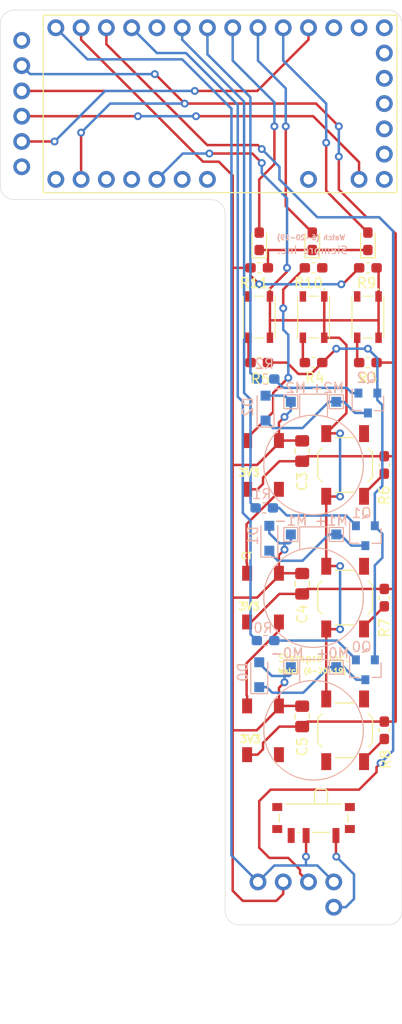
<source format=kicad_pcb>
(kicad_pcb (version 20171130) (host pcbnew "(5.1.0)-1")

  (general
    (thickness 0.254)
    (drawings 39)
    (tracks 422)
    (zones 0)
    (modules 43)
    (nets 30)
  )

  (page A4)
  (layers
    (0 F.Cu signal)
    (31 B.Cu signal)
    (32 B.Adhes user)
    (33 F.Adhes user)
    (34 B.Paste user)
    (35 F.Paste user)
    (36 B.SilkS user)
    (37 F.SilkS user)
    (38 B.Mask user)
    (39 F.Mask user)
    (40 Dwgs.User user)
    (41 Cmts.User user hide)
    (42 Eco1.User user hide)
    (43 Eco2.User user hide)
    (44 Edge.Cuts user)
    (45 Margin user hide)
    (46 B.CrtYd user hide)
    (47 F.CrtYd user hide)
    (48 B.Fab user hide)
    (49 F.Fab user hide)
  )

  (setup
    (last_trace_width 0.25)
    (trace_clearance 0.2)
    (zone_clearance 0.508)
    (zone_45_only no)
    (trace_min 0.2)
    (via_size 0.8)
    (via_drill 0.4)
    (via_min_size 0.4)
    (via_min_drill 0.3)
    (uvia_size 0.3)
    (uvia_drill 0.1)
    (uvias_allowed no)
    (uvia_min_size 0.2)
    (uvia_min_drill 0.1)
    (edge_width 0.05)
    (segment_width 0.2)
    (pcb_text_width 0.3)
    (pcb_text_size 1.5 1.5)
    (mod_edge_width 0.12)
    (mod_text_size 1 1)
    (mod_text_width 0.15)
    (pad_size 0.65 1.05)
    (pad_drill 0)
    (pad_to_mask_clearance 0.051)
    (solder_mask_min_width 0.25)
    (aux_axis_origin 0 0)
    (visible_elements 7FFFFFFF)
    (pcbplotparams
      (layerselection 0x010f0_ffffffff)
      (usegerberextensions false)
      (usegerberattributes false)
      (usegerberadvancedattributes false)
      (creategerberjobfile false)
      (excludeedgelayer true)
      (linewidth 0.100000)
      (plotframeref false)
      (viasonmask false)
      (mode 1)
      (useauxorigin false)
      (hpglpennumber 1)
      (hpglpenspeed 20)
      (hpglpendiameter 15.000000)
      (psnegative false)
      (psa4output false)
      (plotreference true)
      (plotvalue true)
      (plotinvisibletext false)
      (padsonsilk false)
      (subtractmaskfromsilk false)
      (outputformat 1)
      (mirror false)
      (drillshape 0)
      (scaleselection 1)
      (outputdirectory "Siempre Watch (6-20-19)/"))
  )

  (net 0 "")
  (net 1 +3V3)
  (net 2 M0+)
  (net 3 M1+)
  (net 4 M2+)
  (net 5 "Net-(D3-Pad4)")
  (net 6 "Net-(D3-Pad2)")
  (net 7 "Net-(D4-Pad2)")
  (net 8 "Net-(D5-Pad2)")
  (net 9 "Net-(D-G1-Pad1)")
  (net 10 D2)
  (net 11 D0)
  (net 12 D1)
  (net 13 PWM0)
  (net 14 PWM1)
  (net 15 PWM2)
  (net 16 "Net-(R3-Pad1)")
  (net 17 "Net-(R4-Pad1)")
  (net 18 "Net-(R5-Pad1)")
  (net 19 "Net-(R6-Pad1)")
  (net 20 "Net-(R7-Pad1)")
  (net 21 "Net-(R8-Pad1)")
  (net 22 ANALOG0)
  (net 23 D3)
  (net 24 VBAT-IN)
  (net 25 VBAT)
  (net 26 GND)
  (net 27 "Net-(Q0-Pad1)")
  (net 28 "Net-(Q1-Pad1)")
  (net 29 "Net-(Q2-Pad1)")

  (net_class Default "This is the default net class."
    (clearance 0.2)
    (trace_width 0.25)
    (via_dia 0.8)
    (via_drill 0.4)
    (uvia_dia 0.3)
    (uvia_drill 0.1)
    (add_net +3V3)
    (add_net ANALOG0)
    (add_net D0)
    (add_net D1)
    (add_net D2)
    (add_net D3)
    (add_net GND)
    (add_net M0+)
    (add_net M1+)
    (add_net M2+)
    (add_net "Net-(D-G1-Pad1)")
    (add_net "Net-(D3-Pad2)")
    (add_net "Net-(D3-Pad4)")
    (add_net "Net-(D4-Pad2)")
    (add_net "Net-(D5-Pad2)")
    (add_net "Net-(Q0-Pad1)")
    (add_net "Net-(Q1-Pad1)")
    (add_net "Net-(Q2-Pad1)")
    (add_net "Net-(R3-Pad1)")
    (add_net "Net-(R4-Pad1)")
    (add_net "Net-(R5-Pad1)")
    (add_net "Net-(R6-Pad1)")
    (add_net "Net-(R7-Pad1)")
    (add_net "Net-(R8-Pad1)")
    (add_net PWM0)
    (add_net PWM1)
    (add_net PWM2)
    (add_net VBAT)
    (add_net VBAT-IN)
  )

  (module LED_SMD:LED_WS2812B_PLCC4_5.0x5.0mm_P3.2mm (layer F.Cu) (tedit 5D0B5C6D) (tstamp 5D0B7E0E)
    (at 143.51 120.904 90)
    (descr https://cdn-shop.adafruit.com/datasheets/WS2812B.pdf)
    (tags "LED RGB NeoPixel")
    (path /5D09073D)
    (attr smd)
    (fp_text reference D5 (at 0 -1.27 90) (layer F.SilkS) hide
      (effects (font (size 1 1) (thickness 0.15)))
    )
    (fp_text value WS2812B (at 0 4 90) (layer F.Fab) hide
      (effects (font (size 1 1) (thickness 0.15)))
    )
    (fp_text user 1 (at -0.889 1.651 90) (layer F.SilkS) hide
      (effects (font (size 1 1) (thickness 0.15)))
    )
    (fp_text user %R (at 0 0 90) (layer F.Fab)
      (effects (font (size 0.8 0.8) (thickness 0.15)))
    )
    (fp_line (start 3.45 -2.75) (end -3.45 -2.75) (layer F.CrtYd) (width 0.05))
    (fp_line (start 3.45 2.75) (end 3.45 -2.75) (layer F.CrtYd) (width 0.05))
    (fp_line (start -3.45 2.75) (end 3.45 2.75) (layer F.CrtYd) (width 0.05))
    (fp_line (start -3.45 -2.75) (end -3.45 2.75) (layer F.CrtYd) (width 0.05))
    (fp_line (start 2.5 1.5) (end 1.5 2.5) (layer F.Fab) (width 0.1))
    (fp_line (start -2.5 -2.5) (end -2.5 2.5) (layer F.Fab) (width 0.1))
    (fp_line (start -2.5 2.5) (end 2.5 2.5) (layer F.Fab) (width 0.1))
    (fp_line (start 2.5 2.5) (end 2.5 -2.5) (layer F.Fab) (width 0.1))
    (fp_line (start 2.5 -2.5) (end -2.5 -2.5) (layer F.Fab) (width 0.1))
    (fp_circle (center 0 0) (end 0 -2) (layer F.Fab) (width 0.1))
    (pad 3 smd rect (at 2.45 1.6 90) (size 1.5 1) (layers F.Cu F.Paste F.Mask)
      (net 26 GND))
    (pad 4 smd rect (at 2.45 -1.6 90) (size 1.5 1) (layers F.Cu F.Paste F.Mask)
      (net 7 "Net-(D4-Pad2)"))
    (pad 2 smd rect (at -2.45 1.6 90) (size 1.5 1) (layers F.Cu F.Paste F.Mask)
      (net 8 "Net-(D5-Pad2)"))
    (pad 1 smd rect (at -2.45 -1.6 90) (size 1.5 1) (layers F.Cu F.Paste F.Mask)
      (net 1 +3V3))
    (model ${KISYS3DMOD}/LED_SMD.3dshapes/LED_WS2812B_PLCC4_5.0x5.0mm_P3.2mm.wrl
      (at (xyz 0 0 0))
      (scale (xyz 1 1 1))
      (rotate (xyz 0 0 0))
    )
  )

  (module LED_SMD:LED_WS2812B_PLCC4_5.0x5.0mm_P3.2mm (layer F.Cu) (tedit 5D0B5C60) (tstamp 5D09E32C)
    (at 143.51 107.569 90)
    (descr https://cdn-shop.adafruit.com/datasheets/WS2812B.pdf)
    (tags "LED RGB NeoPixel")
    (path /5D0989AA)
    (attr smd)
    (fp_text reference D4 (at 0 -1.27 90) (layer F.SilkS) hide
      (effects (font (size 1 1) (thickness 0.15)))
    )
    (fp_text value WS2812B (at 0 4 90) (layer F.Fab) hide
      (effects (font (size 1 1) (thickness 0.15)))
    )
    (fp_circle (center 0 0) (end 0 -2) (layer F.Fab) (width 0.1))
    (fp_line (start 2.5 -2.5) (end -2.5 -2.5) (layer F.Fab) (width 0.1))
    (fp_line (start 2.5 2.5) (end 2.5 -2.5) (layer F.Fab) (width 0.1))
    (fp_line (start -2.5 2.5) (end 2.5 2.5) (layer F.Fab) (width 0.1))
    (fp_line (start -2.5 -2.5) (end -2.5 2.5) (layer F.Fab) (width 0.1))
    (fp_line (start 2.5 1.5) (end 1.5 2.5) (layer F.Fab) (width 0.1))
    (fp_line (start -3.45 -2.75) (end -3.45 2.75) (layer F.CrtYd) (width 0.05))
    (fp_line (start -3.45 2.75) (end 3.45 2.75) (layer F.CrtYd) (width 0.05))
    (fp_line (start 3.45 2.75) (end 3.45 -2.75) (layer F.CrtYd) (width 0.05))
    (fp_line (start 3.45 -2.75) (end -3.45 -2.75) (layer F.CrtYd) (width 0.05))
    (fp_text user %R (at 0 0 90) (layer F.Fab)
      (effects (font (size 0.8 0.8) (thickness 0.15)))
    )
    (fp_text user 1 (at -4.15 -1.6 90) (layer F.SilkS) hide
      (effects (font (size 1 1) (thickness 0.15)))
    )
    (pad 1 smd rect (at -2.45 -1.6 90) (size 1.5 1) (layers F.Cu F.Paste F.Mask)
      (net 1 +3V3))
    (pad 2 smd rect (at -2.45 1.6 90) (size 1.5 1) (layers F.Cu F.Paste F.Mask)
      (net 7 "Net-(D4-Pad2)"))
    (pad 4 smd rect (at 2.45 -1.6 90) (size 1.5 1) (layers F.Cu F.Paste F.Mask)
      (net 6 "Net-(D3-Pad2)"))
    (pad 3 smd rect (at 2.45 1.6 90) (size 1.5 1) (layers F.Cu F.Paste F.Mask)
      (net 26 GND))
    (model ${KISYS3DMOD}/LED_SMD.3dshapes/LED_WS2812B_PLCC4_5.0x5.0mm_P3.2mm.wrl
      (at (xyz 0 0 0))
      (scale (xyz 1 1 1))
      (rotate (xyz 0 0 0))
    )
  )

  (module LED_SMD:LED_WS2812B_PLCC4_5.0x5.0mm_P3.2mm (layer F.Cu) (tedit 5D0B5C52) (tstamp 5D09E315)
    (at 143.51 94.234 90)
    (descr https://cdn-shop.adafruit.com/datasheets/WS2812B.pdf)
    (tags "LED RGB NeoPixel")
    (path /5D099775)
    (attr smd)
    (fp_text reference D3 (at 0.127 -1.524 90) (layer F.SilkS) hide
      (effects (font (size 1 1) (thickness 0.15)))
    )
    (fp_text value WS2812B (at 0 4 90) (layer F.Fab) hide
      (effects (font (size 1 1) (thickness 0.15)))
    )
    (fp_text user 1 (at -4.15 -1.6 90) (layer F.SilkS) hide
      (effects (font (size 1 1) (thickness 0.15)))
    )
    (fp_text user %R (at 0 0 90) (layer F.Fab)
      (effects (font (size 0.8 0.8) (thickness 0.15)))
    )
    (fp_line (start 3.45 -2.75) (end -3.45 -2.75) (layer F.CrtYd) (width 0.05))
    (fp_line (start 3.45 2.75) (end 3.45 -2.75) (layer F.CrtYd) (width 0.05))
    (fp_line (start -3.45 2.75) (end 3.45 2.75) (layer F.CrtYd) (width 0.05))
    (fp_line (start -3.45 -2.75) (end -3.45 2.75) (layer F.CrtYd) (width 0.05))
    (fp_line (start 2.5 1.5) (end 1.5 2.5) (layer F.Fab) (width 0.1))
    (fp_line (start -2.5 -2.5) (end -2.5 2.5) (layer F.Fab) (width 0.1))
    (fp_line (start -2.5 2.5) (end 2.5 2.5) (layer F.Fab) (width 0.1))
    (fp_line (start 2.5 2.5) (end 2.5 -2.5) (layer F.Fab) (width 0.1))
    (fp_line (start 2.5 -2.5) (end -2.5 -2.5) (layer F.Fab) (width 0.1))
    (fp_circle (center 0 0) (end 0 -2) (layer F.Fab) (width 0.1))
    (pad 3 smd rect (at 2.45 1.6 90) (size 1.5 1) (layers F.Cu F.Paste F.Mask)
      (net 26 GND))
    (pad 4 smd rect (at 2.45 -1.6 90) (size 1.5 1) (layers F.Cu F.Paste F.Mask)
      (net 5 "Net-(D3-Pad4)"))
    (pad 2 smd rect (at -2.45 1.6 90) (size 1.5 1) (layers F.Cu F.Paste F.Mask)
      (net 6 "Net-(D3-Pad2)"))
    (pad 1 smd rect (at -2.45 -1.6 90) (size 1.5 1) (layers F.Cu F.Paste F.Mask)
      (net 1 +3V3))
    (model ${KISYS3DMOD}/LED_SMD.3dshapes/LED_WS2812B_PLCC4_5.0x5.0mm_P3.2mm.wrl
      (at (xyz 0 0 0))
      (scale (xyz 1 1 1))
      (rotate (xyz 0 0 0))
    )
  )

  (module "Custom Parts:ItsyBitsyBackpack-Mount" (layer F.Cu) (tedit 5D0B5C15) (tstamp 5D0B7843)
    (at 143.002 136.144 90)
    (descr "Through hole mount for the ItsyBitsy LiPoly backpack")
    (tags "ItsyBitsy Backpack THT Battery")
    (autoplace_cost90 10)
    (autoplace_cost180 10)
    (fp_text reference " " (at 0 -2.33 90) (layer F.SilkS) hide
      (effects (font (size 1 1) (thickness 0.15)))
    )
    (fp_text value ItsyBitsyBackpack-Mount (at -6.604 15.748 90) (layer F.Fab) hide
      (effects (font (size 1 1) (thickness 0.15)))
    )
    (fp_line (start -3.81 6.35) (end -3.81 8.89) (layer F.CrtYd) (width 0.12))
    (fp_line (start -1.27 6.35) (end -3.81 6.35) (layer F.CrtYd) (width 0.12))
    (fp_line (start -1.27 -1.27) (end -1.27 6.35) (layer F.CrtYd) (width 0.12))
    (fp_line (start 1.27 -1.27) (end -1.27 -1.27) (layer F.CrtYd) (width 0.12))
    (fp_line (start 1.27 8.89) (end 1.27 -1.27) (layer F.CrtYd) (width 0.12))
    (fp_line (start -3.81 8.89) (end 1.27 8.89) (layer F.CrtYd) (width 0.12))
    (fp_line (start 1.27 11.43) (end 1.27 -1.524) (layer F.CrtYd) (width 0.12))
    (fp_line (start 0 13.97) (end -11.43 13.97) (layer F.CrtYd) (width 0.12))
    (fp_line (start 0 -2.794) (end -3.556 -2.794) (layer F.CrtYd) (width 0.12))
    (fp_line (start 1.27 12.7) (end 1.27 11.43) (layer F.CrtYd) (width 0.12))
    (fp_line (start -14.224 -1.524) (end -14.224 12.7) (layer F.CrtYd) (width 0.12))
    (fp_line (start -12.954 13.97) (end -11.43 13.97) (layer F.CrtYd) (width 0.12))
    (fp_line (start -12.954 -2.794) (end -3.556 -2.794) (layer F.CrtYd) (width 0.12))
    (fp_arc (start -12.954 -1.524) (end -12.954 -2.794) (angle -90) (layer F.CrtYd) (width 0.12))
    (fp_arc (start 0 -1.524) (end 1.27 -1.524) (angle -90) (layer F.CrtYd) (width 0.12))
    (fp_arc (start 0 12.7) (end 0 13.97) (angle -90) (layer F.CrtYd) (width 0.12))
    (fp_arc (start -12.954 12.7) (end -14.224 12.7) (angle -90) (layer F.CrtYd) (width 0.12))
    (pad 1 thru_hole circle (at 0 0 90) (size 1.7 1.7) (drill 1) (layers *.Cu *.Mask)
      (net 25 VBAT))
    (pad 2 thru_hole oval (at 0 2.54 90) (size 1.7 1.7) (drill 1) (layers *.Cu *.Mask)
      (net 26 GND))
    (pad 3 thru_hole oval (at 0 5.08 90) (size 1.7 1.7) (drill 1) (layers *.Cu *.Mask))
    (pad 4 thru_hole oval (at 0 7.62 90) (size 1.7 1.7) (drill 1) (layers *.Cu *.Mask)
      (net 25 VBAT))
    (pad 5 thru_hole oval (at -2.54 7.62 90) (size 1.7 1.7) (drill 1) (layers *.Cu *.Mask)
      (net 24 VBAT-IN))
  )

  (module "Custom Parts:ItsyBitsy" (layer F.Cu) (tedit 5D0C1D7D) (tstamp 5D0B6F78)
    (at 155.702 47.752)
    (descr "Through hole straight pin header, 1x05, 2.54mm pitch, single row")
    (tags "Through hole pin header THT 1x05 2.54mm single row")
    (fp_text reference " " (at -6.858 5.334) (layer F.SilkS) hide
      (effects (font (size 1 1) (thickness 0.15)))
    )
    (fp_text value ItsyBitsy (at -4.826 14.986) (layer F.Fab)
      (effects (font (size 1 1) (thickness 0.15)))
    )
    (fp_text user %R (at -3.048 6.35 90) (layer F.Fab)
      (effects (font (size 1 1) (thickness 0.15)))
    )
    (fp_line (start -34.29 1.27) (end 1.27 1.27) (layer F.SilkS) (width 0.12))
    (fp_line (start 1.27 1.27) (end 1.27 19.1135) (layer F.SilkS) (width 0.12))
    (fp_line (start 1.27 19.1135) (end -34.29 19.1135) (layer F.SilkS) (width 0.12))
    (fp_line (start -34.29 19.1135) (end -34.29 1.27) (layer F.SilkS) (width 0.12))
    (pad 8 thru_hole oval (at 0 10.16) (size 1.7 1.7) (drill 1) (layers *.Cu *.Mask))
    (pad 6 thru_hole oval (at 0 7.62) (size 1.7 1.7) (drill 1) (layers *.Cu *.Mask))
    (pad 4 thru_hole oval (at 0 5.08) (size 1.7 1.7) (drill 1) (layers *.Cu *.Mask))
    (pad 0 thru_hole oval (at 0 2.54) (size 1.7 1.7) (drill 1) (layers *.Cu *.Mask))
    (pad 1 thru_hole oval (at -2.54 2.54) (size 1.7 1.7) (drill 1) (layers *.Cu *.Mask))
    (pad 2 thru_hole oval (at -5.08 2.54) (size 1.7 1.7) (drill 1) (layers *.Cu *.Mask))
    (pad 3 thru_hole oval (at -7.62 2.54) (size 1.7 1.7) (drill 1) (layers *.Cu *.Mask))
    (pad 5 thru_hole oval (at -10.16 2.54) (size 1.7 1.7) (drill 1) (layers *.Cu *.Mask)
      (net 11 D0))
    (pad 7 thru_hole oval (at -12.7 2.54) (size 1.7 1.7) (drill 1) (layers *.Cu *.Mask)
      (net 12 D1))
    (pad 9 thru_hole oval (at -15.24 2.54) (size 1.7 1.7) (drill 1) (layers *.Cu *.Mask)
      (net 10 D2))
    (pad 10 thru_hole oval (at -17.78 2.54) (size 1.7 1.7) (drill 1) (layers *.Cu *.Mask)
      (net 15 PWM2))
    (pad 18 thru_hole oval (at 0 12.7) (size 1.7 1.7) (drill 1) (layers *.Cu *.Mask))
    (pad 19 thru_hole oval (at 0 15.24) (size 1.7 1.7) (drill 1) (layers *.Cu *.Mask))
    (pad 20 thru_hole oval (at 0 17.78) (size 1.7 1.7) (drill 1) (layers *.Cu *.Mask))
    (pad MISO thru_hole oval (at -2.54 17.78) (size 1.7 1.7) (drill 1) (layers *.Cu *.Mask))
    (pad SCK thru_hole oval (at -7.62 17.78) (size 1.7 1.7) (drill 1) (layers *.Cu *.Mask))
    (pad A2 thru_hole oval (at -17.78 17.78) (size 1.7 1.7) (drill 1) (layers *.Cu *.Mask))
    (pad A1 thru_hole oval (at -20.32 17.78) (size 1.7 1.7) (drill 1) (layers *.Cu *.Mask))
    (pad 29 thru_hole oval (at -22.86 17.78) (size 1.7 1.7) (drill 1) (layers *.Cu *.Mask)
      (net 22 ANALOG0))
    (pad 30 thru_hole oval (at -25.4 17.78) (size 1.7 1.7) (drill 1) (layers *.Cu *.Mask))
    (pad 31 thru_hole oval (at -27.94 17.78) (size 1.7 1.7) (drill 1) (layers *.Cu *.Mask))
    (pad 11 thru_hole oval (at -20.32 2.54) (size 1.7 1.7) (drill 1) (layers *.Cu *.Mask)
      (net 14 PWM1))
    (pad 12 thru_hole oval (at -22.86 2.54) (size 1.7 1.7) (drill 1) (layers *.Cu *.Mask))
    (pad 13 thru_hole oval (at -25.4 2.54) (size 1.7 1.7) (drill 1) (layers *.Cu *.Mask)
      (net 13 PWM0))
    (pad 3 thru_hole oval (at -27.94 2.54) (size 1.7 1.7) (drill 1) (layers *.Cu *.Mask))
    (pad 2 thru_hole oval (at -30.48 2.54) (size 1.7 1.7) (drill 1) (layers *.Cu *.Mask)
      (net 26 GND))
    (pad 1 thru_hole oval (at -33.02 2.54) (size 1.7 1.7) (drill 1) (layers *.Cu *.Mask)
      (net 25 VBAT))
    (pad 32 thru_hole oval (at -30.48 17.78) (size 1.7 1.7) (drill 1) (layers *.Cu *.Mask)
      (net 1 +3V3))
    (pad 33 thru_hole oval (at -33.02 17.78) (size 1.7 1.7) (drill 1) (layers *.Cu *.Mask))
  )

  (module Connector_PinHeader_2.54mm:PinHeader_1x06_P2.54mm_Vertical (layer F.Cu) (tedit 5D0B54D6) (tstamp 5D0BF069)
    (at 119.253 51.562)
    (descr "Through hole straight pin header, 1x06, 2.54mm pitch, single row")
    (tags "Through hole pin header THT 1x06 2.54mm single row")
    (fp_text reference " " (at 4.572 1.778) (layer F.SilkS) hide
      (effects (font (size 1 1) (thickness 0.15)))
    )
    (fp_text value " " (at 0 15.03) (layer F.Fab) hide
      (effects (font (size 1 1) (thickness 0.15)))
    )
    (fp_text user %R (at 0 6.35 90) (layer F.Fab)
      (effects (font (size 1 1) (thickness 0.15)))
    )
    (fp_line (start 1.8 -1.8) (end -1.8 -1.8) (layer F.CrtYd) (width 0.05))
    (fp_line (start 1.8 14.5) (end 1.8 -1.8) (layer F.CrtYd) (width 0.05))
    (fp_line (start -1.8 14.5) (end 1.8 14.5) (layer F.CrtYd) (width 0.05))
    (fp_line (start -1.8 -1.8) (end -1.8 14.5) (layer F.CrtYd) (width 0.05))
    (pad 6 thru_hole oval (at 0 12.7) (size 1.7 1.7) (drill 1) (layers *.Cu *.Mask))
    (pad 5 thru_hole oval (at 0 10.16) (size 1.7 1.7) (drill 1) (layers *.Cu *.Mask))
    (pad 4 thru_hole oval (at 0 7.62) (size 1.7 1.7) (drill 1) (layers *.Cu *.Mask))
    (pad 3 thru_hole oval (at 0 5.08) (size 1.7 1.7) (drill 1) (layers *.Cu *.Mask)
      (net 26 GND))
    (pad 2 thru_hole oval (at 0 2.54) (size 1.7 1.7) (drill 1) (layers *.Cu *.Mask)
      (net 1 +3V3))
    (pad 1 thru_hole circle (at 0 0) (size 1.7 1.7) (drill 1) (layers *.Cu *.Mask))
  )

  (module SamacSys_Parts:SKRPADE010 (layer F.Cu) (tedit 5D0C1F88) (tstamp 5D0A0679)
    (at 143.129 79.248 270)
    (descr SKRPADE010)
    (tags Switch)
    (path /5CFEF7A6)
    (attr smd)
    (fp_text reference SW-G1 (at 0 0 270) (layer F.SilkS) hide
      (effects (font (size 1.27 1.27) (thickness 0.254)))
    )
    (fp_text value SW_Push (at 0 0 270) (layer F.SilkS) hide
      (effects (font (size 1.27 1.27) (thickness 0.254)))
    )
    (fp_text user %R (at 0 0 270) (layer F.Fab)
      (effects (font (size 1.27 1.27) (thickness 0.254)))
    )
    (fp_line (start -1.975 -1.6) (end 2.225 -1.6) (layer F.Fab) (width 0.2))
    (fp_line (start 2.225 -1.6) (end 2.225 1.6) (layer F.Fab) (width 0.2))
    (fp_line (start 2.225 1.6) (end -1.975 1.6) (layer F.Fab) (width 0.2))
    (fp_line (start -1.975 1.6) (end -1.975 -1.6) (layer F.Fab) (width 0.2))
    (fp_line (start -3.725 -2.6) (end 3.725 -2.6) (layer F.CrtYd) (width 0.1))
    (fp_line (start 3.725 -2.6) (end 3.725 2.6) (layer F.CrtYd) (width 0.1))
    (fp_line (start 3.725 2.6) (end -3.725 2.6) (layer F.CrtYd) (width 0.1))
    (fp_line (start -3.725 2.6) (end -3.725 -2.6) (layer F.CrtYd) (width 0.1))
    (fp_line (start -1.975 -1.6) (end 2.225 -1.6) (layer F.SilkS) (width 0.1))
    (fp_line (start -1.975 1.6) (end 2.225 1.6) (layer F.SilkS) (width 0.1))
    (fp_line (start -1.975 -0.5) (end -1.975 0.5) (layer F.SilkS) (width 0.1))
    (fp_line (start 2.225 -0.5) (end 2.225 0.5) (layer F.SilkS) (width 0.1))
    (fp_line (start -2.675 -1.1) (end -2.675 -1.1) (layer F.SilkS) (width 0.1))
    (fp_line (start -2.675 -1) (end -2.675 -1) (layer F.SilkS) (width 0.1))
    (fp_arc (start -2.675 -1.05) (end -2.675 -1.1) (angle 180) (layer F.SilkS) (width 0.1))
    (fp_arc (start -2.675 -1.05) (end -2.675 -1) (angle 180) (layer F.SilkS) (width 0.1))
    (pad 1 smd rect (at -1.95 -1.075) (size 0.65 1.05) (layers F.Cu F.Paste F.Mask)
      (net 22 ANALOG0))
    (pad 1 smd rect (at 2.2 -1.075) (size 0.65 1.05) (layers F.Cu F.Paste F.Mask)
      (net 22 ANALOG0))
    (pad 2 smd rect (at -1.95 1.075) (size 0.65 1.05) (layers F.Cu F.Paste F.Mask))
    (pad 2 smd rect (at 2.2 1.075) (size 0.65 1.05) (layers F.Cu F.Paste F.Mask)
      (net 18 "Net-(R5-Pad1)"))
    (model "D:\\Dropbox (Personal)\\infra\\electrical\\mouser-kicad\\SamacSys_Parts.3dshapes\\SKRPADE010.stp"
      (at (xyz 0 0 0))
      (scale (xyz 1 1 1))
      (rotate (xyz 0 0 0))
    )
  )

  (module SamacSys_Parts:SKRPADE010 (layer F.Cu) (tedit 5D0C1F82) (tstamp 5D0A06A9)
    (at 148.59 79.248 270)
    (descr SKRPADE010)
    (tags Switch)
    (path /5CFEEE4F)
    (attr smd)
    (fp_text reference SW-Y1 (at 0 0 270) (layer F.SilkS) hide
      (effects (font (size 1.27 1.27) (thickness 0.254)))
    )
    (fp_text value SW_Push (at 0 0 270) (layer F.SilkS) hide
      (effects (font (size 1.27 1.27) (thickness 0.254)))
    )
    (fp_arc (start -2.675 -1.05) (end -2.675 -1) (angle 180) (layer F.SilkS) (width 0.1))
    (fp_arc (start -2.675 -1.05) (end -2.675 -1.1) (angle 180) (layer F.SilkS) (width 0.1))
    (fp_line (start -2.675 -1) (end -2.675 -1) (layer F.SilkS) (width 0.1))
    (fp_line (start -2.675 -1.1) (end -2.675 -1.1) (layer F.SilkS) (width 0.1))
    (fp_line (start 2.225 -0.5) (end 2.225 0.5) (layer F.SilkS) (width 0.1))
    (fp_line (start -1.975 -0.5) (end -1.975 0.5) (layer F.SilkS) (width 0.1))
    (fp_line (start -1.975 1.6) (end 2.225 1.6) (layer F.SilkS) (width 0.1))
    (fp_line (start -1.975 -1.6) (end 2.225 -1.6) (layer F.SilkS) (width 0.1))
    (fp_line (start -3.725 2.6) (end -3.725 -2.6) (layer F.CrtYd) (width 0.1))
    (fp_line (start 3.725 2.6) (end -3.725 2.6) (layer F.CrtYd) (width 0.1))
    (fp_line (start 3.725 -2.6) (end 3.725 2.6) (layer F.CrtYd) (width 0.1))
    (fp_line (start -3.725 -2.6) (end 3.725 -2.6) (layer F.CrtYd) (width 0.1))
    (fp_line (start -1.975 1.6) (end -1.975 -1.6) (layer F.Fab) (width 0.2))
    (fp_line (start 2.225 1.6) (end -1.975 1.6) (layer F.Fab) (width 0.2))
    (fp_line (start 2.225 -1.6) (end 2.225 1.6) (layer F.Fab) (width 0.2))
    (fp_line (start -1.975 -1.6) (end 2.225 -1.6) (layer F.Fab) (width 0.2))
    (fp_text user %R (at 0 0 270) (layer F.Fab)
      (effects (font (size 1.27 1.27) (thickness 0.254)))
    )
    (pad 2 smd rect (at 2.2 1.075) (size 0.65 1.05) (layers F.Cu F.Paste F.Mask)
      (net 17 "Net-(R4-Pad1)"))
    (pad 2 smd rect (at -1.95 1.075) (size 0.65 1.05) (layers F.Cu F.Paste F.Mask))
    (pad 1 smd rect (at 2.2 -1.075) (size 0.65 1.05) (layers F.Cu F.Paste F.Mask)
      (net 22 ANALOG0))
    (pad 1 smd rect (at -1.95 -1.075) (size 0.65 1.05) (layers F.Cu F.Paste F.Mask)
      (net 22 ANALOG0))
    (model "D:\\Dropbox (Personal)\\infra\\electrical\\mouser-kicad\\SamacSys_Parts.3dshapes\\SKRPADE010.stp"
      (at (xyz 0 0 0))
      (scale (xyz 1 1 1))
      (rotate (xyz 0 0 0))
    )
  )

  (module SamacSys_Parts:SKRPADE010 (layer F.Cu) (tedit 5D0C1F7A) (tstamp 5D0A0691)
    (at 154.051 79.248 270)
    (descr SKRPADE010)
    (tags Switch)
    (path /5CFED20D)
    (attr smd)
    (fp_text reference SW-R1 (at 0 0 270) (layer F.SilkS) hide
      (effects (font (size 1.27 1.27) (thickness 0.254)))
    )
    (fp_text value SW_Push (at 0 0 270) (layer F.SilkS) hide
      (effects (font (size 1.27 1.27) (thickness 0.254)))
    )
    (fp_text user %R (at 0 0 270) (layer F.Fab)
      (effects (font (size 1.27 1.27) (thickness 0.254)))
    )
    (fp_line (start -1.975 -1.6) (end 2.225 -1.6) (layer F.Fab) (width 0.2))
    (fp_line (start 2.225 -1.6) (end 2.225 1.6) (layer F.Fab) (width 0.2))
    (fp_line (start 2.225 1.6) (end -1.975 1.6) (layer F.Fab) (width 0.2))
    (fp_line (start -1.975 1.6) (end -1.975 -1.6) (layer F.Fab) (width 0.2))
    (fp_line (start -3.725 -2.6) (end 3.725 -2.6) (layer F.CrtYd) (width 0.1))
    (fp_line (start 3.725 -2.6) (end 3.725 2.6) (layer F.CrtYd) (width 0.1))
    (fp_line (start 3.725 2.6) (end -3.725 2.6) (layer F.CrtYd) (width 0.1))
    (fp_line (start -3.725 2.6) (end -3.725 -2.6) (layer F.CrtYd) (width 0.1))
    (fp_line (start -1.975 -1.6) (end 2.225 -1.6) (layer F.SilkS) (width 0.1))
    (fp_line (start -1.975 1.6) (end 2.225 1.6) (layer F.SilkS) (width 0.1))
    (fp_line (start -1.975 -0.5) (end -1.975 0.5) (layer F.SilkS) (width 0.1))
    (fp_line (start 2.225 -0.5) (end 2.225 0.5) (layer F.SilkS) (width 0.1))
    (fp_line (start -2.675 -1.1) (end -2.675 -1.1) (layer F.SilkS) (width 0.1))
    (fp_line (start -2.675 -1) (end -2.675 -1) (layer F.SilkS) (width 0.1))
    (fp_arc (start -2.675 -1.05) (end -2.675 -1.1) (angle 180) (layer F.SilkS) (width 0.1))
    (fp_arc (start -2.675 -1.05) (end -2.675 -1) (angle 180) (layer F.SilkS) (width 0.1))
    (pad 1 smd rect (at -1.95 -1.075) (size 0.65 1.05) (layers F.Cu F.Paste F.Mask)
      (net 22 ANALOG0))
    (pad 1 smd rect (at 2.2 -1.075) (size 0.65 1.05) (layers F.Cu F.Paste F.Mask)
      (net 22 ANALOG0))
    (pad 2 smd rect (at -1.95 1.075) (size 0.65 1.05) (layers F.Cu F.Paste F.Mask))
    (pad 2 smd rect (at 2.2 1.075) (size 0.65 1.05) (layers F.Cu F.Paste F.Mask)
      (net 16 "Net-(R3-Pad1)"))
    (model "D:\\Dropbox (Personal)\\infra\\electrical\\mouser-kicad\\SamacSys_Parts.3dshapes\\SKRPADE010.stp"
      (at (xyz 0 0 0))
      (scale (xyz 1 1 1))
      (rotate (xyz 0 0 0))
    )
  )

  (module TestPoint:TestPoint_Pad_1.0x1.0mm (layer B.Cu) (tedit 5D093F76) (tstamp 5D0A5B6C)
    (at 146.304 101.219)
    (descr "SMD rectangular pad as test Point, square 1.0mm side length")
    (tags "test point SMD pad rectangle square")
    (attr virtual)
    (fp_text reference M1- (at 0 -1.397) (layer B.SilkS)
      (effects (font (size 1 1) (thickness 0.15)) (justify mirror))
    )
    (fp_text value M1- (at 0 -1.55) (layer B.Fab)
      (effects (font (size 1 1) (thickness 0.15)) (justify mirror))
    )
    (fp_line (start 1 -1) (end -1 -1) (layer B.CrtYd) (width 0.05))
    (fp_line (start 1 -1) (end 1 1) (layer B.CrtYd) (width 0.05))
    (fp_line (start -1 1) (end -1 -1) (layer B.CrtYd) (width 0.05))
    (fp_line (start -1 1) (end 1 1) (layer B.CrtYd) (width 0.05))
    (fp_line (start -0.7 -0.7) (end -0.7 0.7) (layer B.SilkS) (width 0.12))
    (fp_line (start 0.7 -0.7) (end -0.7 -0.7) (layer B.SilkS) (width 0.12))
    (fp_line (start 0.7 0.7) (end 0.7 -0.7) (layer B.SilkS) (width 0.12))
    (fp_line (start -0.7 0.7) (end 0.7 0.7) (layer B.SilkS) (width 0.12))
    (fp_text user %R (at 0 1.45) (layer B.Fab)
      (effects (font (size 1 1) (thickness 0.15)) (justify mirror))
    )
    (pad 4 smd rect (at 0 0) (size 1 1) (layers B.Cu B.Mask)
      (net 26 GND))
  )

  (module TestPoint:TestPoint_Pad_1.0x1.0mm (layer B.Cu) (tedit 5D093F7B) (tstamp 5D0A6FE8)
    (at 146.304 87.884 90)
    (descr "SMD rectangular pad as test Point, square 1.0mm side length")
    (tags "test point SMD pad rectangle square")
    (attr virtual)
    (fp_text reference M2- (at 1.397 -0.127 180) (layer B.SilkS)
      (effects (font (size 1 1) (thickness 0.15)) (justify mirror))
    )
    (fp_text value M2- (at 0 -1.55 90) (layer B.Fab)
      (effects (font (size 1 1) (thickness 0.15)) (justify mirror))
    )
    (fp_text user %R (at 0 1.45 90) (layer B.Fab)
      (effects (font (size 1 1) (thickness 0.15)) (justify mirror))
    )
    (fp_line (start -0.7 0.7) (end 0.7 0.7) (layer B.SilkS) (width 0.12))
    (fp_line (start 0.7 0.7) (end 0.7 -0.7) (layer B.SilkS) (width 0.12))
    (fp_line (start 0.7 -0.7) (end -0.7 -0.7) (layer B.SilkS) (width 0.12))
    (fp_line (start -0.7 -0.7) (end -0.7 0.7) (layer B.SilkS) (width 0.12))
    (fp_line (start -1 1) (end 1 1) (layer B.CrtYd) (width 0.05))
    (fp_line (start -1 1) (end -1 -1) (layer B.CrtYd) (width 0.05))
    (fp_line (start 1 -1) (end 1 1) (layer B.CrtYd) (width 0.05))
    (fp_line (start 1 -1) (end -1 -1) (layer B.CrtYd) (width 0.05))
    (pad 6 smd rect (at 0 0 90) (size 1 1) (layers B.Cu B.Mask)
      (net 26 GND))
  )

  (module TestPoint:TestPoint_Pad_1.0x1.0mm (layer B.Cu) (tedit 5D093F6C) (tstamp 5D0B7E41)
    (at 146.304 114.554)
    (descr "SMD rectangular pad as test Point, square 1.0mm side length")
    (tags "test point SMD pad rectangle square")
    (attr virtual)
    (fp_text reference M0- (at -0.381 -1.397) (layer B.SilkS)
      (effects (font (size 1 1) (thickness 0.15)) (justify mirror))
    )
    (fp_text value M0- (at 0 -1.55) (layer B.Fab)
      (effects (font (size 1 1) (thickness 0.15)) (justify mirror))
    )
    (fp_text user %R (at 0 1.45) (layer B.Fab)
      (effects (font (size 1 1) (thickness 0.15)) (justify mirror))
    )
    (fp_line (start -0.7 0.7) (end 0.7 0.7) (layer B.SilkS) (width 0.12))
    (fp_line (start 0.7 0.7) (end 0.7 -0.7) (layer B.SilkS) (width 0.12))
    (fp_line (start 0.7 -0.7) (end -0.7 -0.7) (layer B.SilkS) (width 0.12))
    (fp_line (start -0.7 -0.7) (end -0.7 0.7) (layer B.SilkS) (width 0.12))
    (fp_line (start -1 1) (end 1 1) (layer B.CrtYd) (width 0.05))
    (fp_line (start -1 1) (end -1 -1) (layer B.CrtYd) (width 0.05))
    (fp_line (start 1 -1) (end 1 1) (layer B.CrtYd) (width 0.05))
    (fp_line (start 1 -1) (end -1 -1) (layer B.CrtYd) (width 0.05))
    (pad 2 smd rect (at 0 0) (size 1 1) (layers B.Cu B.Mask)
      (net 26 GND))
  )

  (module TestPoint:TestPoint_Pad_1.0x1.0mm (layer B.Cu) (tedit 5D093F63) (tstamp 5D0B83AF)
    (at 150.876 87.884 90)
    (descr "SMD rectangular pad as test Point, square 1.0mm side length")
    (tags "test point SMD pad rectangle square")
    (attr virtual)
    (fp_text reference M2+ (at 1.397 -0.889 180) (layer B.SilkS)
      (effects (font (size 1 1) (thickness 0.15)) (justify mirror))
    )
    (fp_text value M2+ (at 0 -1.55 90) (layer B.Fab)
      (effects (font (size 1 1) (thickness 0.15)) (justify mirror))
    )
    (fp_text user %R (at 0 1.45 90) (layer B.Fab)
      (effects (font (size 1 1) (thickness 0.15)) (justify mirror))
    )
    (fp_line (start -0.7 0.7) (end 0.7 0.7) (layer B.SilkS) (width 0.12))
    (fp_line (start 0.7 0.7) (end 0.7 -0.7) (layer B.SilkS) (width 0.12))
    (fp_line (start 0.7 -0.7) (end -0.7 -0.7) (layer B.SilkS) (width 0.12))
    (fp_line (start -0.7 -0.7) (end -0.7 0.7) (layer B.SilkS) (width 0.12))
    (fp_line (start -1 1) (end 1 1) (layer B.CrtYd) (width 0.05))
    (fp_line (start -1 1) (end -1 -1) (layer B.CrtYd) (width 0.05))
    (fp_line (start 1 -1) (end 1 1) (layer B.CrtYd) (width 0.05))
    (fp_line (start 1 -1) (end -1 -1) (layer B.CrtYd) (width 0.05))
    (pad 5 smd rect (at 0 0 90) (size 1 1) (layers B.Cu B.Mask)
      (net 4 M2+))
  )

  (module TestPoint:TestPoint_Pad_1.0x1.0mm (layer B.Cu) (tedit 5D093F53) (tstamp 5D0A5ABD)
    (at 150.876 101.219)
    (descr "SMD rectangular pad as test Point, square 1.0mm side length")
    (tags "test point SMD pad rectangle square")
    (attr virtual)
    (fp_text reference M1+ (at -0.508 -1.397) (layer B.SilkS)
      (effects (font (size 1 1) (thickness 0.15)) (justify mirror))
    )
    (fp_text value M1+ (at 0 -1.55) (layer B.Fab)
      (effects (font (size 1 1) (thickness 0.15)) (justify mirror))
    )
    (fp_text user %R (at 0 1.45) (layer B.Fab)
      (effects (font (size 1 1) (thickness 0.15)) (justify mirror))
    )
    (fp_line (start -0.7 0.7) (end 0.7 0.7) (layer B.SilkS) (width 0.12))
    (fp_line (start 0.7 0.7) (end 0.7 -0.7) (layer B.SilkS) (width 0.12))
    (fp_line (start 0.7 -0.7) (end -0.7 -0.7) (layer B.SilkS) (width 0.12))
    (fp_line (start -0.7 -0.7) (end -0.7 0.7) (layer B.SilkS) (width 0.12))
    (fp_line (start -1 1) (end 1 1) (layer B.CrtYd) (width 0.05))
    (fp_line (start -1 1) (end -1 -1) (layer B.CrtYd) (width 0.05))
    (fp_line (start 1 -1) (end 1 1) (layer B.CrtYd) (width 0.05))
    (fp_line (start 1 -1) (end -1 -1) (layer B.CrtYd) (width 0.05))
    (pad 3 smd rect (at 0 0) (size 1 1) (layers B.Cu B.Mask)
      (net 3 M1+))
  )

  (module TestPoint:TestPoint_Pad_1.0x1.0mm (layer B.Cu) (tedit 5D093F5A) (tstamp 5D0B7DC6)
    (at 150.876 114.554)
    (descr "SMD rectangular pad as test Point, square 1.0mm side length")
    (tags "test point SMD pad rectangle square")
    (attr virtual)
    (fp_text reference M0+ (at -0.381 -1.397) (layer B.SilkS)
      (effects (font (size 1 1) (thickness 0.15)) (justify mirror))
    )
    (fp_text value M0+ (at 0 -1.55) (layer B.Fab)
      (effects (font (size 1 1) (thickness 0.15)) (justify mirror))
    )
    (fp_line (start 1 -1) (end -1 -1) (layer B.CrtYd) (width 0.05))
    (fp_line (start 1 -1) (end 1 1) (layer B.CrtYd) (width 0.05))
    (fp_line (start -1 1) (end -1 -1) (layer B.CrtYd) (width 0.05))
    (fp_line (start -1 1) (end 1 1) (layer B.CrtYd) (width 0.05))
    (fp_line (start -0.7 -0.7) (end -0.7 0.7) (layer B.SilkS) (width 0.12))
    (fp_line (start 0.7 -0.7) (end -0.7 -0.7) (layer B.SilkS) (width 0.12))
    (fp_line (start 0.7 0.7) (end 0.7 -0.7) (layer B.SilkS) (width 0.12))
    (fp_line (start -0.7 0.7) (end 0.7 0.7) (layer B.SilkS) (width 0.12))
    (fp_text user %R (at 0 1.45) (layer B.Fab)
      (effects (font (size 1 1) (thickness 0.15)) (justify mirror))
    )
    (pad 1 smd rect (at 0 0) (size 1 1) (layers B.Cu B.Mask)
      (net 2 M0+))
  )

  (module Capacitor_SMD:C_0805_2012Metric_Pad1.15x1.40mm_HandSolder (layer F.Cu) (tedit 5B36C52B) (tstamp 5D09E294)
    (at 147.447 92.837 90)
    (descr "Capacitor SMD 0805 (2012 Metric), square (rectangular) end terminal, IPC_7351 nominal with elongated pad for handsoldering. (Body size source: https://docs.google.com/spreadsheets/d/1BsfQQcO9C6DZCsRaXUlFlo91Tg2WpOkGARC1WS5S8t0/edit?usp=sharing), generated with kicad-footprint-generator")
    (tags "capacitor handsolder")
    (path /5D0C2E4A)
    (attr smd)
    (fp_text reference C3 (at -3.048 0 90) (layer F.SilkS)
      (effects (font (size 1 1) (thickness 0.15)))
    )
    (fp_text value "1 uF" (at 0 1.65 90) (layer F.Fab)
      (effects (font (size 1 1) (thickness 0.15)))
    )
    (fp_line (start -1 0.6) (end -1 -0.6) (layer F.Fab) (width 0.1))
    (fp_line (start -1 -0.6) (end 1 -0.6) (layer F.Fab) (width 0.1))
    (fp_line (start 1 -0.6) (end 1 0.6) (layer F.Fab) (width 0.1))
    (fp_line (start 1 0.6) (end -1 0.6) (layer F.Fab) (width 0.1))
    (fp_line (start -0.261252 -0.71) (end 0.261252 -0.71) (layer F.SilkS) (width 0.12))
    (fp_line (start -0.261252 0.71) (end 0.261252 0.71) (layer F.SilkS) (width 0.12))
    (fp_line (start -1.85 0.95) (end -1.85 -0.95) (layer F.CrtYd) (width 0.05))
    (fp_line (start -1.85 -0.95) (end 1.85 -0.95) (layer F.CrtYd) (width 0.05))
    (fp_line (start 1.85 -0.95) (end 1.85 0.95) (layer F.CrtYd) (width 0.05))
    (fp_line (start 1.85 0.95) (end -1.85 0.95) (layer F.CrtYd) (width 0.05))
    (fp_text user %R (at 0 0 90) (layer F.Fab)
      (effects (font (size 0.5 0.5) (thickness 0.08)))
    )
    (pad 1 smd roundrect (at -1.025 0 90) (size 1.15 1.4) (layers F.Cu F.Paste F.Mask) (roundrect_rratio 0.217391)
      (net 1 +3V3))
    (pad 2 smd roundrect (at 1.025 0 90) (size 1.15 1.4) (layers F.Cu F.Paste F.Mask) (roundrect_rratio 0.217391)
      (net 26 GND))
    (model ${KISYS3DMOD}/Capacitor_SMD.3dshapes/C_0805_2012Metric.wrl
      (at (xyz 0 0 0))
      (scale (xyz 1 1 1))
      (rotate (xyz 0 0 0))
    )
  )

  (module Capacitor_SMD:C_0805_2012Metric_Pad1.15x1.40mm_HandSolder (layer F.Cu) (tedit 5B36C52B) (tstamp 5D09E2A5)
    (at 147.447 106.172 90)
    (descr "Capacitor SMD 0805 (2012 Metric), square (rectangular) end terminal, IPC_7351 nominal with elongated pad for handsoldering. (Body size source: https://docs.google.com/spreadsheets/d/1BsfQQcO9C6DZCsRaXUlFlo91Tg2WpOkGARC1WS5S8t0/edit?usp=sharing), generated with kicad-footprint-generator")
    (tags "capacitor handsolder")
    (path /5D0C1375)
    (attr smd)
    (fp_text reference C4 (at -3.048 0 90) (layer F.SilkS)
      (effects (font (size 1 1) (thickness 0.15)))
    )
    (fp_text value "1 uF" (at 0 1.65 90) (layer F.Fab)
      (effects (font (size 1 1) (thickness 0.15)))
    )
    (fp_line (start -1 0.6) (end -1 -0.6) (layer F.Fab) (width 0.1))
    (fp_line (start -1 -0.6) (end 1 -0.6) (layer F.Fab) (width 0.1))
    (fp_line (start 1 -0.6) (end 1 0.6) (layer F.Fab) (width 0.1))
    (fp_line (start 1 0.6) (end -1 0.6) (layer F.Fab) (width 0.1))
    (fp_line (start -0.261252 -0.71) (end 0.261252 -0.71) (layer F.SilkS) (width 0.12))
    (fp_line (start -0.261252 0.71) (end 0.261252 0.71) (layer F.SilkS) (width 0.12))
    (fp_line (start -1.85 0.95) (end -1.85 -0.95) (layer F.CrtYd) (width 0.05))
    (fp_line (start -1.85 -0.95) (end 1.85 -0.95) (layer F.CrtYd) (width 0.05))
    (fp_line (start 1.85 -0.95) (end 1.85 0.95) (layer F.CrtYd) (width 0.05))
    (fp_line (start 1.85 0.95) (end -1.85 0.95) (layer F.CrtYd) (width 0.05))
    (fp_text user %R (at 0 0 90) (layer F.Fab)
      (effects (font (size 0.5 0.5) (thickness 0.08)))
    )
    (pad 1 smd roundrect (at -1.025 0 90) (size 1.15 1.4) (layers F.Cu F.Paste F.Mask) (roundrect_rratio 0.217391)
      (net 1 +3V3))
    (pad 2 smd roundrect (at 1.025 0 90) (size 1.15 1.4) (layers F.Cu F.Paste F.Mask) (roundrect_rratio 0.217391)
      (net 26 GND))
    (model ${KISYS3DMOD}/Capacitor_SMD.3dshapes/C_0805_2012Metric.wrl
      (at (xyz 0 0 0))
      (scale (xyz 1 1 1))
      (rotate (xyz 0 0 0))
    )
  )

  (module Capacitor_SMD:C_0805_2012Metric_Pad1.15x1.40mm_HandSolder (layer F.Cu) (tedit 5B36C52B) (tstamp 5D0B7D54)
    (at 147.447 119.507 90)
    (descr "Capacitor SMD 0805 (2012 Metric), square (rectangular) end terminal, IPC_7351 nominal with elongated pad for handsoldering. (Body size source: https://docs.google.com/spreadsheets/d/1BsfQQcO9C6DZCsRaXUlFlo91Tg2WpOkGARC1WS5S8t0/edit?usp=sharing), generated with kicad-footprint-generator")
    (tags "capacitor handsolder")
    (path /5D0C238B)
    (attr smd)
    (fp_text reference C5 (at -3.048 0 90) (layer F.SilkS)
      (effects (font (size 1 1) (thickness 0.15)))
    )
    (fp_text value "1 uF" (at 0 1.65 90) (layer F.Fab)
      (effects (font (size 1 1) (thickness 0.15)))
    )
    (fp_text user %R (at 0 0 90) (layer F.Fab)
      (effects (font (size 0.5 0.5) (thickness 0.08)))
    )
    (fp_line (start 1.85 0.95) (end -1.85 0.95) (layer F.CrtYd) (width 0.05))
    (fp_line (start 1.85 -0.95) (end 1.85 0.95) (layer F.CrtYd) (width 0.05))
    (fp_line (start -1.85 -0.95) (end 1.85 -0.95) (layer F.CrtYd) (width 0.05))
    (fp_line (start -1.85 0.95) (end -1.85 -0.95) (layer F.CrtYd) (width 0.05))
    (fp_line (start -0.261252 0.71) (end 0.261252 0.71) (layer F.SilkS) (width 0.12))
    (fp_line (start -0.261252 -0.71) (end 0.261252 -0.71) (layer F.SilkS) (width 0.12))
    (fp_line (start 1 0.6) (end -1 0.6) (layer F.Fab) (width 0.1))
    (fp_line (start 1 -0.6) (end 1 0.6) (layer F.Fab) (width 0.1))
    (fp_line (start -1 -0.6) (end 1 -0.6) (layer F.Fab) (width 0.1))
    (fp_line (start -1 0.6) (end -1 -0.6) (layer F.Fab) (width 0.1))
    (pad 2 smd roundrect (at 1.025 0 90) (size 1.15 1.4) (layers F.Cu F.Paste F.Mask) (roundrect_rratio 0.217391)
      (net 26 GND))
    (pad 1 smd roundrect (at -1.025 0 90) (size 1.15 1.4) (layers F.Cu F.Paste F.Mask) (roundrect_rratio 0.217391)
      (net 1 +3V3))
    (model ${KISYS3DMOD}/Capacitor_SMD.3dshapes/C_0805_2012Metric.wrl
      (at (xyz 0 0 0))
      (scale (xyz 1 1 1))
      (rotate (xyz 0 0 0))
    )
  )

  (module Diode_SMD:D_SOD-323_HandSoldering (layer B.Cu) (tedit 58641869) (tstamp 5D0B7D8B)
    (at 143.129 115.316 90)
    (descr SOD-323)
    (tags SOD-323)
    (path /5CFCCFBD)
    (attr smd)
    (fp_text reference D0 (at 0.254 -1.651 90) (layer B.SilkS)
      (effects (font (size 1 1) (thickness 0.15)) (justify mirror))
    )
    (fp_text value D (at 0.1 -1.9 90) (layer B.Fab)
      (effects (font (size 1 1) (thickness 0.15)) (justify mirror))
    )
    (fp_text user %R (at 0 1.85 90) (layer B.Fab)
      (effects (font (size 1 1) (thickness 0.15)) (justify mirror))
    )
    (fp_line (start -1.9 0.85) (end -1.9 -0.85) (layer B.SilkS) (width 0.12))
    (fp_line (start 0.2 0) (end 0.45 0) (layer B.Fab) (width 0.1))
    (fp_line (start 0.2 -0.35) (end -0.3 0) (layer B.Fab) (width 0.1))
    (fp_line (start 0.2 0.35) (end 0.2 -0.35) (layer B.Fab) (width 0.1))
    (fp_line (start -0.3 0) (end 0.2 0.35) (layer B.Fab) (width 0.1))
    (fp_line (start -0.3 0) (end -0.5 0) (layer B.Fab) (width 0.1))
    (fp_line (start -0.3 0.35) (end -0.3 -0.35) (layer B.Fab) (width 0.1))
    (fp_line (start -0.9 -0.7) (end -0.9 0.7) (layer B.Fab) (width 0.1))
    (fp_line (start 0.9 -0.7) (end -0.9 -0.7) (layer B.Fab) (width 0.1))
    (fp_line (start 0.9 0.7) (end 0.9 -0.7) (layer B.Fab) (width 0.1))
    (fp_line (start -0.9 0.7) (end 0.9 0.7) (layer B.Fab) (width 0.1))
    (fp_line (start -2 0.95) (end 2 0.95) (layer B.CrtYd) (width 0.05))
    (fp_line (start 2 0.95) (end 2 -0.95) (layer B.CrtYd) (width 0.05))
    (fp_line (start -2 -0.95) (end 2 -0.95) (layer B.CrtYd) (width 0.05))
    (fp_line (start -2 0.95) (end -2 -0.95) (layer B.CrtYd) (width 0.05))
    (fp_line (start -1.9 -0.85) (end 1.25 -0.85) (layer B.SilkS) (width 0.12))
    (fp_line (start -1.9 0.85) (end 1.25 0.85) (layer B.SilkS) (width 0.12))
    (pad 1 smd rect (at -1.25 0 90) (size 1 1) (layers B.Cu B.Paste B.Mask)
      (net 2 M0+))
    (pad 2 smd rect (at 1.25 0 90) (size 1 1) (layers B.Cu B.Paste B.Mask)
      (net 26 GND))
    (model ${KISYS3DMOD}/Diode_SMD.3dshapes/D_SOD-323.wrl
      (at (xyz 0 0 0))
      (scale (xyz 1 1 1))
      (rotate (xyz 0 0 0))
    )
  )

  (module Diode_SMD:D_SOD-323_HandSoldering (layer B.Cu) (tedit 58641869) (tstamp 5D09E2E6)
    (at 144.145 101.6 90)
    (descr SOD-323)
    (tags SOD-323)
    (path /5CFE7AF2)
    (attr smd)
    (fp_text reference D1 (at 0.254 -1.651 90) (layer B.SilkS)
      (effects (font (size 1 1) (thickness 0.15)) (justify mirror))
    )
    (fp_text value D (at 0.1 -1.9 90) (layer B.Fab)
      (effects (font (size 1 1) (thickness 0.15)) (justify mirror))
    )
    (fp_text user %R (at 0 1.85 90) (layer B.Fab)
      (effects (font (size 1 1) (thickness 0.15)) (justify mirror))
    )
    (fp_line (start -1.9 0.85) (end -1.9 -0.85) (layer B.SilkS) (width 0.12))
    (fp_line (start 0.2 0) (end 0.45 0) (layer B.Fab) (width 0.1))
    (fp_line (start 0.2 -0.35) (end -0.3 0) (layer B.Fab) (width 0.1))
    (fp_line (start 0.2 0.35) (end 0.2 -0.35) (layer B.Fab) (width 0.1))
    (fp_line (start -0.3 0) (end 0.2 0.35) (layer B.Fab) (width 0.1))
    (fp_line (start -0.3 0) (end -0.5 0) (layer B.Fab) (width 0.1))
    (fp_line (start -0.3 0.35) (end -0.3 -0.35) (layer B.Fab) (width 0.1))
    (fp_line (start -0.9 -0.7) (end -0.9 0.7) (layer B.Fab) (width 0.1))
    (fp_line (start 0.9 -0.7) (end -0.9 -0.7) (layer B.Fab) (width 0.1))
    (fp_line (start 0.9 0.7) (end 0.9 -0.7) (layer B.Fab) (width 0.1))
    (fp_line (start -0.9 0.7) (end 0.9 0.7) (layer B.Fab) (width 0.1))
    (fp_line (start -2 0.95) (end 2 0.95) (layer B.CrtYd) (width 0.05))
    (fp_line (start 2 0.95) (end 2 -0.95) (layer B.CrtYd) (width 0.05))
    (fp_line (start -2 -0.95) (end 2 -0.95) (layer B.CrtYd) (width 0.05))
    (fp_line (start -2 0.95) (end -2 -0.95) (layer B.CrtYd) (width 0.05))
    (fp_line (start -1.9 -0.85) (end 1.25 -0.85) (layer B.SilkS) (width 0.12))
    (fp_line (start -1.9 0.85) (end 1.25 0.85) (layer B.SilkS) (width 0.12))
    (pad 1 smd rect (at -1.25 0 90) (size 1 1) (layers B.Cu B.Paste B.Mask)
      (net 3 M1+))
    (pad 2 smd rect (at 1.25 0 90) (size 1 1) (layers B.Cu B.Paste B.Mask)
      (net 26 GND))
    (model ${KISYS3DMOD}/Diode_SMD.3dshapes/D_SOD-323.wrl
      (at (xyz 0 0 0))
      (scale (xyz 1 1 1))
      (rotate (xyz 0 0 0))
    )
  )

  (module Diode_SMD:D_SOD-323_HandSoldering (layer B.Cu) (tedit 58641869) (tstamp 5D0A73AE)
    (at 143.764 88.519 90)
    (descr SOD-323)
    (tags SOD-323)
    (path /5CFECA80)
    (attr smd)
    (fp_text reference D2 (at 0.127 -1.778 90) (layer B.SilkS)
      (effects (font (size 1 1) (thickness 0.15)) (justify mirror))
    )
    (fp_text value D (at 0.1 -1.9 90) (layer B.Fab)
      (effects (font (size 1 1) (thickness 0.15)) (justify mirror))
    )
    (fp_line (start -1.9 0.85) (end 1.25 0.85) (layer B.SilkS) (width 0.12))
    (fp_line (start -1.9 -0.85) (end 1.25 -0.85) (layer B.SilkS) (width 0.12))
    (fp_line (start -2 0.95) (end -2 -0.95) (layer B.CrtYd) (width 0.05))
    (fp_line (start -2 -0.95) (end 2 -0.95) (layer B.CrtYd) (width 0.05))
    (fp_line (start 2 0.95) (end 2 -0.95) (layer B.CrtYd) (width 0.05))
    (fp_line (start -2 0.95) (end 2 0.95) (layer B.CrtYd) (width 0.05))
    (fp_line (start -0.9 0.7) (end 0.9 0.7) (layer B.Fab) (width 0.1))
    (fp_line (start 0.9 0.7) (end 0.9 -0.7) (layer B.Fab) (width 0.1))
    (fp_line (start 0.9 -0.7) (end -0.9 -0.7) (layer B.Fab) (width 0.1))
    (fp_line (start -0.9 -0.7) (end -0.9 0.7) (layer B.Fab) (width 0.1))
    (fp_line (start -0.3 0.35) (end -0.3 -0.35) (layer B.Fab) (width 0.1))
    (fp_line (start -0.3 0) (end -0.5 0) (layer B.Fab) (width 0.1))
    (fp_line (start -0.3 0) (end 0.2 0.35) (layer B.Fab) (width 0.1))
    (fp_line (start 0.2 0.35) (end 0.2 -0.35) (layer B.Fab) (width 0.1))
    (fp_line (start 0.2 -0.35) (end -0.3 0) (layer B.Fab) (width 0.1))
    (fp_line (start 0.2 0) (end 0.45 0) (layer B.Fab) (width 0.1))
    (fp_line (start -1.9 0.85) (end -1.9 -0.85) (layer B.SilkS) (width 0.12))
    (fp_text user %R (at 0 1.85 90) (layer B.Fab)
      (effects (font (size 1 1) (thickness 0.15)) (justify mirror))
    )
    (pad 2 smd rect (at 1.25 0 90) (size 1 1) (layers B.Cu B.Paste B.Mask)
      (net 26 GND))
    (pad 1 smd rect (at -1.25 0 90) (size 1 1) (layers B.Cu B.Paste B.Mask)
      (net 4 M2+))
    (model ${KISYS3DMOD}/Diode_SMD.3dshapes/D_SOD-323.wrl
      (at (xyz 0 0 0))
      (scale (xyz 1 1 1))
      (rotate (xyz 0 0 0))
    )
  )

  (module LED_SMD:LED_0603_1608Metric_Pad1.05x0.95mm_HandSolder (layer F.Cu) (tedit 5B4B45C9) (tstamp 5D09E356)
    (at 143.129 71.755 90)
    (descr "LED SMD 0603 (1608 Metric), square (rectangular) end terminal, IPC_7351 nominal, (Body size source: http://www.tortai-tech.com/upload/download/2011102023233369053.pdf), generated with kicad-footprint-generator")
    (tags "LED handsolder")
    (path /5D00C50C)
    (attr smd)
    (fp_text reference D-G1 (at 0 -1.43 90) (layer F.SilkS) hide
      (effects (font (size 1 1) (thickness 0.15)))
    )
    (fp_text value LED (at 0 1.43 90) (layer F.Fab)
      (effects (font (size 1 1) (thickness 0.15)))
    )
    (fp_line (start 0.8 -0.4) (end -0.5 -0.4) (layer F.Fab) (width 0.1))
    (fp_line (start -0.5 -0.4) (end -0.8 -0.1) (layer F.Fab) (width 0.1))
    (fp_line (start -0.8 -0.1) (end -0.8 0.4) (layer F.Fab) (width 0.1))
    (fp_line (start -0.8 0.4) (end 0.8 0.4) (layer F.Fab) (width 0.1))
    (fp_line (start 0.8 0.4) (end 0.8 -0.4) (layer F.Fab) (width 0.1))
    (fp_line (start 0.8 -0.735) (end -1.66 -0.735) (layer F.SilkS) (width 0.12))
    (fp_line (start -1.66 -0.735) (end -1.66 0.735) (layer F.SilkS) (width 0.12))
    (fp_line (start -1.66 0.735) (end 0.8 0.735) (layer F.SilkS) (width 0.12))
    (fp_line (start -1.65 0.73) (end -1.65 -0.73) (layer F.CrtYd) (width 0.05))
    (fp_line (start -1.65 -0.73) (end 1.65 -0.73) (layer F.CrtYd) (width 0.05))
    (fp_line (start 1.65 -0.73) (end 1.65 0.73) (layer F.CrtYd) (width 0.05))
    (fp_line (start 1.65 0.73) (end -1.65 0.73) (layer F.CrtYd) (width 0.05))
    (fp_text user %R (at 0 0 90) (layer F.Fab)
      (effects (font (size 0.4 0.4) (thickness 0.06)))
    )
    (pad 1 smd roundrect (at -0.875 0 90) (size 1.05 0.95) (layers F.Cu F.Paste F.Mask) (roundrect_rratio 0.25)
      (net 9 "Net-(D-G1-Pad1)"))
    (pad 2 smd roundrect (at 0.875 0 90) (size 1.05 0.95) (layers F.Cu F.Paste F.Mask) (roundrect_rratio 0.25)
      (net 10 D2))
    (model ${KISYS3DMOD}/LED_SMD.3dshapes/LED_0603_1608Metric.wrl
      (at (xyz 0 0 0))
      (scale (xyz 1 1 1))
      (rotate (xyz 0 0 0))
    )
  )

  (module LED_SMD:LED_0603_1608Metric_Pad1.05x0.95mm_HandSolder (layer F.Cu) (tedit 5B4B45C9) (tstamp 5D09E369)
    (at 154.051 71.755 90)
    (descr "LED SMD 0603 (1608 Metric), square (rectangular) end terminal, IPC_7351 nominal, (Body size source: http://www.tortai-tech.com/upload/download/2011102023233369053.pdf), generated with kicad-footprint-generator")
    (tags "LED handsolder")
    (path /5D0296BF)
    (attr smd)
    (fp_text reference D-R1 (at 0 -1.43 90) (layer F.SilkS) hide
      (effects (font (size 1 1) (thickness 0.15)))
    )
    (fp_text value LED (at 0 1.43 90) (layer F.Fab)
      (effects (font (size 1 1) (thickness 0.15)))
    )
    (fp_line (start 0.8 -0.4) (end -0.5 -0.4) (layer F.Fab) (width 0.1))
    (fp_line (start -0.5 -0.4) (end -0.8 -0.1) (layer F.Fab) (width 0.1))
    (fp_line (start -0.8 -0.1) (end -0.8 0.4) (layer F.Fab) (width 0.1))
    (fp_line (start -0.8 0.4) (end 0.8 0.4) (layer F.Fab) (width 0.1))
    (fp_line (start 0.8 0.4) (end 0.8 -0.4) (layer F.Fab) (width 0.1))
    (fp_line (start 0.8 -0.735) (end -1.66 -0.735) (layer F.SilkS) (width 0.12))
    (fp_line (start -1.66 -0.735) (end -1.66 0.735) (layer F.SilkS) (width 0.12))
    (fp_line (start -1.66 0.735) (end 0.8 0.735) (layer F.SilkS) (width 0.12))
    (fp_line (start -1.65 0.73) (end -1.65 -0.73) (layer F.CrtYd) (width 0.05))
    (fp_line (start -1.65 -0.73) (end 1.65 -0.73) (layer F.CrtYd) (width 0.05))
    (fp_line (start 1.65 -0.73) (end 1.65 0.73) (layer F.CrtYd) (width 0.05))
    (fp_line (start 1.65 0.73) (end -1.65 0.73) (layer F.CrtYd) (width 0.05))
    (fp_text user %R (at 0 0 90) (layer F.Fab)
      (effects (font (size 0.4 0.4) (thickness 0.06)))
    )
    (pad 1 smd roundrect (at -0.875 0 90) (size 1.05 0.95) (layers F.Cu F.Paste F.Mask) (roundrect_rratio 0.25)
      (net 9 "Net-(D-G1-Pad1)"))
    (pad 2 smd roundrect (at 0.875 0 90) (size 1.05 0.95) (layers F.Cu F.Paste F.Mask) (roundrect_rratio 0.25)
      (net 11 D0))
    (model ${KISYS3DMOD}/LED_SMD.3dshapes/LED_0603_1608Metric.wrl
      (at (xyz 0 0 0))
      (scale (xyz 1 1 1))
      (rotate (xyz 0 0 0))
    )
  )

  (module LED_SMD:LED_0603_1608Metric_Pad1.05x0.95mm_HandSolder (layer F.Cu) (tedit 5B4B45C9) (tstamp 5D09E37C)
    (at 148.463 71.755 90)
    (descr "LED SMD 0603 (1608 Metric), square (rectangular) end terminal, IPC_7351 nominal, (Body size source: http://www.tortai-tech.com/upload/download/2011102023233369053.pdf), generated with kicad-footprint-generator")
    (tags "LED handsolder")
    (path /5D00B53D)
    (attr smd)
    (fp_text reference D-Y1 (at 0 -1.43 90) (layer F.SilkS) hide
      (effects (font (size 1 1) (thickness 0.15)))
    )
    (fp_text value LED (at 0 1.43 90) (layer F.Fab)
      (effects (font (size 1 1) (thickness 0.15)))
    )
    (fp_text user %R (at 0 0 90) (layer F.Fab)
      (effects (font (size 0.4 0.4) (thickness 0.06)))
    )
    (fp_line (start 1.65 0.73) (end -1.65 0.73) (layer F.CrtYd) (width 0.05))
    (fp_line (start 1.65 -0.73) (end 1.65 0.73) (layer F.CrtYd) (width 0.05))
    (fp_line (start -1.65 -0.73) (end 1.65 -0.73) (layer F.CrtYd) (width 0.05))
    (fp_line (start -1.65 0.73) (end -1.65 -0.73) (layer F.CrtYd) (width 0.05))
    (fp_line (start -1.66 0.735) (end 0.8 0.735) (layer F.SilkS) (width 0.12))
    (fp_line (start -1.66 -0.735) (end -1.66 0.735) (layer F.SilkS) (width 0.12))
    (fp_line (start 0.8 -0.735) (end -1.66 -0.735) (layer F.SilkS) (width 0.12))
    (fp_line (start 0.8 0.4) (end 0.8 -0.4) (layer F.Fab) (width 0.1))
    (fp_line (start -0.8 0.4) (end 0.8 0.4) (layer F.Fab) (width 0.1))
    (fp_line (start -0.8 -0.1) (end -0.8 0.4) (layer F.Fab) (width 0.1))
    (fp_line (start -0.5 -0.4) (end -0.8 -0.1) (layer F.Fab) (width 0.1))
    (fp_line (start 0.8 -0.4) (end -0.5 -0.4) (layer F.Fab) (width 0.1))
    (pad 2 smd roundrect (at 0.875 0 90) (size 1.05 0.95) (layers F.Cu F.Paste F.Mask) (roundrect_rratio 0.25)
      (net 12 D1))
    (pad 1 smd roundrect (at -0.875 0 90) (size 1.05 0.95) (layers F.Cu F.Paste F.Mask) (roundrect_rratio 0.25)
      (net 9 "Net-(D-G1-Pad1)"))
    (model ${KISYS3DMOD}/LED_SMD.3dshapes/LED_0603_1608Metric.wrl
      (at (xyz 0 0 0))
      (scale (xyz 1 1 1))
      (rotate (xyz 0 0 0))
    )
  )

  (module Resistor_SMD:R_0603_1608Metric_Pad1.05x0.95mm_HandSolder (layer B.Cu) (tedit 5B301BBD) (tstamp 5D0B7D24)
    (at 143.764 111.887)
    (descr "Resistor SMD 0603 (1608 Metric), square (rectangular) end terminal, IPC_7351 nominal with elongated pad for handsoldering. (Body size source: http://www.tortai-tech.com/upload/download/2011102023233369053.pdf), generated with kicad-footprint-generator")
    (tags "resistor handsolder")
    (path /5CFD3AB0)
    (attr smd)
    (fp_text reference R0 (at -0.254 -1.27) (layer B.SilkS)
      (effects (font (size 1 1) (thickness 0.15)) (justify mirror))
    )
    (fp_text value 270 (at 0 -1.43) (layer B.Fab)
      (effects (font (size 1 1) (thickness 0.15)) (justify mirror))
    )
    (fp_text user %R (at 0 0) (layer B.Fab)
      (effects (font (size 0.4 0.4) (thickness 0.06)) (justify mirror))
    )
    (fp_line (start 1.65 -0.73) (end -1.65 -0.73) (layer B.CrtYd) (width 0.05))
    (fp_line (start 1.65 0.73) (end 1.65 -0.73) (layer B.CrtYd) (width 0.05))
    (fp_line (start -1.65 0.73) (end 1.65 0.73) (layer B.CrtYd) (width 0.05))
    (fp_line (start -1.65 -0.73) (end -1.65 0.73) (layer B.CrtYd) (width 0.05))
    (fp_line (start -0.171267 -0.51) (end 0.171267 -0.51) (layer B.SilkS) (width 0.12))
    (fp_line (start -0.171267 0.51) (end 0.171267 0.51) (layer B.SilkS) (width 0.12))
    (fp_line (start 0.8 -0.4) (end -0.8 -0.4) (layer B.Fab) (width 0.1))
    (fp_line (start 0.8 0.4) (end 0.8 -0.4) (layer B.Fab) (width 0.1))
    (fp_line (start -0.8 0.4) (end 0.8 0.4) (layer B.Fab) (width 0.1))
    (fp_line (start -0.8 -0.4) (end -0.8 0.4) (layer B.Fab) (width 0.1))
    (pad 2 smd roundrect (at 0.875 0) (size 1.05 0.95) (layers B.Cu B.Paste B.Mask) (roundrect_rratio 0.25)
      (net 27 "Net-(Q0-Pad1)"))
    (pad 1 smd roundrect (at -0.875 0) (size 1.05 0.95) (layers B.Cu B.Paste B.Mask) (roundrect_rratio 0.25)
      (net 13 PWM0))
    (model ${KISYS3DMOD}/Resistor_SMD.3dshapes/R_0603_1608Metric.wrl
      (at (xyz 0 0 0))
      (scale (xyz 1 1 1))
      (rotate (xyz 0 0 0))
    )
  )

  (module Resistor_SMD:R_0603_1608Metric_Pad1.05x0.95mm_HandSolder (layer B.Cu) (tedit 5B301BBD) (tstamp 5D0A7D8F)
    (at 143.637 98.552)
    (descr "Resistor SMD 0603 (1608 Metric), square (rectangular) end terminal, IPC_7351 nominal with elongated pad for handsoldering. (Body size source: http://www.tortai-tech.com/upload/download/2011102023233369053.pdf), generated with kicad-footprint-generator")
    (tags "resistor handsolder")
    (path /5CFE7B0C)
    (attr smd)
    (fp_text reference R1 (at -0.254 -1.397) (layer B.SilkS)
      (effects (font (size 1 1) (thickness 0.15)) (justify mirror))
    )
    (fp_text value 270 (at 0 -1.43) (layer B.Fab)
      (effects (font (size 1 1) (thickness 0.15)) (justify mirror))
    )
    (fp_line (start -0.8 -0.4) (end -0.8 0.4) (layer B.Fab) (width 0.1))
    (fp_line (start -0.8 0.4) (end 0.8 0.4) (layer B.Fab) (width 0.1))
    (fp_line (start 0.8 0.4) (end 0.8 -0.4) (layer B.Fab) (width 0.1))
    (fp_line (start 0.8 -0.4) (end -0.8 -0.4) (layer B.Fab) (width 0.1))
    (fp_line (start -0.171267 0.51) (end 0.171267 0.51) (layer B.SilkS) (width 0.12))
    (fp_line (start -0.171267 -0.51) (end 0.171267 -0.51) (layer B.SilkS) (width 0.12))
    (fp_line (start -1.65 -0.73) (end -1.65 0.73) (layer B.CrtYd) (width 0.05))
    (fp_line (start -1.65 0.73) (end 1.65 0.73) (layer B.CrtYd) (width 0.05))
    (fp_line (start 1.65 0.73) (end 1.65 -0.73) (layer B.CrtYd) (width 0.05))
    (fp_line (start 1.65 -0.73) (end -1.65 -0.73) (layer B.CrtYd) (width 0.05))
    (fp_text user %R (at 0 0) (layer B.Fab)
      (effects (font (size 0.4 0.4) (thickness 0.06)) (justify mirror))
    )
    (pad 1 smd roundrect (at -0.875 0) (size 1.05 0.95) (layers B.Cu B.Paste B.Mask) (roundrect_rratio 0.25)
      (net 14 PWM1))
    (pad 2 smd roundrect (at 0.875 0) (size 1.05 0.95) (layers B.Cu B.Paste B.Mask) (roundrect_rratio 0.25)
      (net 28 "Net-(Q1-Pad1)"))
    (model ${KISYS3DMOD}/Resistor_SMD.3dshapes/R_0603_1608Metric.wrl
      (at (xyz 0 0 0))
      (scale (xyz 1 1 1))
      (rotate (xyz 0 0 0))
    )
  )

  (module Resistor_SMD:R_0603_1608Metric_Pad1.05x0.95mm_HandSolder (layer B.Cu) (tedit 5B301BBD) (tstamp 5D09E3EE)
    (at 143.764 85.598)
    (descr "Resistor SMD 0603 (1608 Metric), square (rectangular) end terminal, IPC_7351 nominal with elongated pad for handsoldering. (Body size source: http://www.tortai-tech.com/upload/download/2011102023233369053.pdf), generated with kicad-footprint-generator")
    (tags "resistor handsolder")
    (path /5CFECA9A)
    (attr smd)
    (fp_text reference R2 (at -0.127 -1.524) (layer B.SilkS)
      (effects (font (size 1 1) (thickness 0.15)) (justify mirror))
    )
    (fp_text value 270 (at 0 -1.43) (layer B.Fab)
      (effects (font (size 1 1) (thickness 0.15)) (justify mirror))
    )
    (fp_text user %R (at 0 0) (layer B.Fab)
      (effects (font (size 0.4 0.4) (thickness 0.06)) (justify mirror))
    )
    (fp_line (start 1.65 -0.73) (end -1.65 -0.73) (layer B.CrtYd) (width 0.05))
    (fp_line (start 1.65 0.73) (end 1.65 -0.73) (layer B.CrtYd) (width 0.05))
    (fp_line (start -1.65 0.73) (end 1.65 0.73) (layer B.CrtYd) (width 0.05))
    (fp_line (start -1.65 -0.73) (end -1.65 0.73) (layer B.CrtYd) (width 0.05))
    (fp_line (start -0.171267 -0.51) (end 0.171267 -0.51) (layer B.SilkS) (width 0.12))
    (fp_line (start -0.171267 0.51) (end 0.171267 0.51) (layer B.SilkS) (width 0.12))
    (fp_line (start 0.8 -0.4) (end -0.8 -0.4) (layer B.Fab) (width 0.1))
    (fp_line (start 0.8 0.4) (end 0.8 -0.4) (layer B.Fab) (width 0.1))
    (fp_line (start -0.8 0.4) (end 0.8 0.4) (layer B.Fab) (width 0.1))
    (fp_line (start -0.8 -0.4) (end -0.8 0.4) (layer B.Fab) (width 0.1))
    (pad 2 smd roundrect (at 0.875 0) (size 1.05 0.95) (layers B.Cu B.Paste B.Mask) (roundrect_rratio 0.25)
      (net 29 "Net-(Q2-Pad1)"))
    (pad 1 smd roundrect (at -0.875 0) (size 1.05 0.95) (layers B.Cu B.Paste B.Mask) (roundrect_rratio 0.25)
      (net 15 PWM2))
    (model ${KISYS3DMOD}/Resistor_SMD.3dshapes/R_0603_1608Metric.wrl
      (at (xyz 0 0 0))
      (scale (xyz 1 1 1))
      (rotate (xyz 0 0 0))
    )
  )

  (module Resistor_SMD:R_0603_1608Metric_Pad1.05x0.95mm_HandSolder (layer F.Cu) (tedit 5B301BBD) (tstamp 5D09E3FF)
    (at 154.051 83.947)
    (descr "Resistor SMD 0603 (1608 Metric), square (rectangular) end terminal, IPC_7351 nominal with elongated pad for handsoldering. (Body size source: http://www.tortai-tech.com/upload/download/2011102023233369053.pdf), generated with kicad-footprint-generator")
    (tags "resistor handsolder")
    (path /5CFF555B)
    (attr smd)
    (fp_text reference R3 (at 0 1.524) (layer F.SilkS)
      (effects (font (size 1 1) (thickness 0.15)))
    )
    (fp_text value 33k (at 0 1.43) (layer F.Fab)
      (effects (font (size 1 1) (thickness 0.15)))
    )
    (fp_text user %R (at 0 0) (layer F.Fab)
      (effects (font (size 0.4 0.4) (thickness 0.06)))
    )
    (fp_line (start 1.65 0.73) (end -1.65 0.73) (layer F.CrtYd) (width 0.05))
    (fp_line (start 1.65 -0.73) (end 1.65 0.73) (layer F.CrtYd) (width 0.05))
    (fp_line (start -1.65 -0.73) (end 1.65 -0.73) (layer F.CrtYd) (width 0.05))
    (fp_line (start -1.65 0.73) (end -1.65 -0.73) (layer F.CrtYd) (width 0.05))
    (fp_line (start -0.171267 0.51) (end 0.171267 0.51) (layer F.SilkS) (width 0.12))
    (fp_line (start -0.171267 -0.51) (end 0.171267 -0.51) (layer F.SilkS) (width 0.12))
    (fp_line (start 0.8 0.4) (end -0.8 0.4) (layer F.Fab) (width 0.1))
    (fp_line (start 0.8 -0.4) (end 0.8 0.4) (layer F.Fab) (width 0.1))
    (fp_line (start -0.8 -0.4) (end 0.8 -0.4) (layer F.Fab) (width 0.1))
    (fp_line (start -0.8 0.4) (end -0.8 -0.4) (layer F.Fab) (width 0.1))
    (pad 2 smd roundrect (at 0.875 0) (size 1.05 0.95) (layers F.Cu F.Paste F.Mask) (roundrect_rratio 0.25)
      (net 1 +3V3))
    (pad 1 smd roundrect (at -0.875 0) (size 1.05 0.95) (layers F.Cu F.Paste F.Mask) (roundrect_rratio 0.25)
      (net 16 "Net-(R3-Pad1)"))
    (model ${KISYS3DMOD}/Resistor_SMD.3dshapes/R_0603_1608Metric.wrl
      (at (xyz 0 0 0))
      (scale (xyz 1 1 1))
      (rotate (xyz 0 0 0))
    )
  )

  (module Resistor_SMD:R_0603_1608Metric_Pad1.05x0.95mm_HandSolder (layer F.Cu) (tedit 5B301BBD) (tstamp 5D09E410)
    (at 148.59 83.947)
    (descr "Resistor SMD 0603 (1608 Metric), square (rectangular) end terminal, IPC_7351 nominal with elongated pad for handsoldering. (Body size source: http://www.tortai-tech.com/upload/download/2011102023233369053.pdf), generated with kicad-footprint-generator")
    (tags "resistor handsolder")
    (path /5CFF6080)
    (attr smd)
    (fp_text reference R4 (at 0.127 1.524) (layer F.SilkS)
      (effects (font (size 1 1) (thickness 0.15)))
    )
    (fp_text value 16k (at 0 1.43) (layer F.Fab)
      (effects (font (size 1 1) (thickness 0.15)))
    )
    (fp_line (start -0.8 0.4) (end -0.8 -0.4) (layer F.Fab) (width 0.1))
    (fp_line (start -0.8 -0.4) (end 0.8 -0.4) (layer F.Fab) (width 0.1))
    (fp_line (start 0.8 -0.4) (end 0.8 0.4) (layer F.Fab) (width 0.1))
    (fp_line (start 0.8 0.4) (end -0.8 0.4) (layer F.Fab) (width 0.1))
    (fp_line (start -0.171267 -0.51) (end 0.171267 -0.51) (layer F.SilkS) (width 0.12))
    (fp_line (start -0.171267 0.51) (end 0.171267 0.51) (layer F.SilkS) (width 0.12))
    (fp_line (start -1.65 0.73) (end -1.65 -0.73) (layer F.CrtYd) (width 0.05))
    (fp_line (start -1.65 -0.73) (end 1.65 -0.73) (layer F.CrtYd) (width 0.05))
    (fp_line (start 1.65 -0.73) (end 1.65 0.73) (layer F.CrtYd) (width 0.05))
    (fp_line (start 1.65 0.73) (end -1.65 0.73) (layer F.CrtYd) (width 0.05))
    (fp_text user %R (at 0 0) (layer F.Fab)
      (effects (font (size 0.4 0.4) (thickness 0.06)))
    )
    (pad 1 smd roundrect (at -0.875 0) (size 1.05 0.95) (layers F.Cu F.Paste F.Mask) (roundrect_rratio 0.25)
      (net 17 "Net-(R4-Pad1)"))
    (pad 2 smd roundrect (at 0.875 0) (size 1.05 0.95) (layers F.Cu F.Paste F.Mask) (roundrect_rratio 0.25)
      (net 1 +3V3))
    (model ${KISYS3DMOD}/Resistor_SMD.3dshapes/R_0603_1608Metric.wrl
      (at (xyz 0 0 0))
      (scale (xyz 1 1 1))
      (rotate (xyz 0 0 0))
    )
  )

  (module Resistor_SMD:R_0603_1608Metric_Pad1.05x0.95mm_HandSolder (layer F.Cu) (tedit 5B301BBD) (tstamp 5D09E421)
    (at 143.129 83.947)
    (descr "Resistor SMD 0603 (1608 Metric), square (rectangular) end terminal, IPC_7351 nominal with elongated pad for handsoldering. (Body size source: http://www.tortai-tech.com/upload/download/2011102023233369053.pdf), generated with kicad-footprint-generator")
    (tags "resistor handsolder")
    (path /5CFF6FF3)
    (attr smd)
    (fp_text reference R5 (at 0.127 1.651) (layer F.SilkS)
      (effects (font (size 1 1) (thickness 0.15)))
    )
    (fp_text value 4.3k (at 0 1.43) (layer F.Fab)
      (effects (font (size 1 1) (thickness 0.15)))
    )
    (fp_line (start -0.8 0.4) (end -0.8 -0.4) (layer F.Fab) (width 0.1))
    (fp_line (start -0.8 -0.4) (end 0.8 -0.4) (layer F.Fab) (width 0.1))
    (fp_line (start 0.8 -0.4) (end 0.8 0.4) (layer F.Fab) (width 0.1))
    (fp_line (start 0.8 0.4) (end -0.8 0.4) (layer F.Fab) (width 0.1))
    (fp_line (start -0.171267 -0.51) (end 0.171267 -0.51) (layer F.SilkS) (width 0.12))
    (fp_line (start -0.171267 0.51) (end 0.171267 0.51) (layer F.SilkS) (width 0.12))
    (fp_line (start -1.65 0.73) (end -1.65 -0.73) (layer F.CrtYd) (width 0.05))
    (fp_line (start -1.65 -0.73) (end 1.65 -0.73) (layer F.CrtYd) (width 0.05))
    (fp_line (start 1.65 -0.73) (end 1.65 0.73) (layer F.CrtYd) (width 0.05))
    (fp_line (start 1.65 0.73) (end -1.65 0.73) (layer F.CrtYd) (width 0.05))
    (fp_text user %R (at 0 0) (layer F.Fab)
      (effects (font (size 0.4 0.4) (thickness 0.06)))
    )
    (pad 1 smd roundrect (at -0.875 0) (size 1.05 0.95) (layers F.Cu F.Paste F.Mask) (roundrect_rratio 0.25)
      (net 18 "Net-(R5-Pad1)"))
    (pad 2 smd roundrect (at 0.875 0) (size 1.05 0.95) (layers F.Cu F.Paste F.Mask) (roundrect_rratio 0.25)
      (net 1 +3V3))
    (model ${KISYS3DMOD}/Resistor_SMD.3dshapes/R_0603_1608Metric.wrl
      (at (xyz 0 0 0))
      (scale (xyz 1 1 1))
      (rotate (xyz 0 0 0))
    )
  )

  (module Resistor_SMD:R_0603_1608Metric_Pad1.05x0.95mm_HandSolder (layer F.Cu) (tedit 5B301BBD) (tstamp 5D09E432)
    (at 155.702 94.234 90)
    (descr "Resistor SMD 0603 (1608 Metric), square (rectangular) end terminal, IPC_7351 nominal with elongated pad for handsoldering. (Body size source: http://www.tortai-tech.com/upload/download/2011102023233369053.pdf), generated with kicad-footprint-generator")
    (tags "resistor handsolder")
    (path /5CFF7862)
    (attr smd)
    (fp_text reference R6 (at -3.048 0 90) (layer F.SilkS)
      (effects (font (size 1 1) (thickness 0.15)))
    )
    (fp_text value 62k (at 2.54 0 90) (layer F.Fab)
      (effects (font (size 1 1) (thickness 0.15)))
    )
    (fp_text user %R (at 0 0 90) (layer F.Fab)
      (effects (font (size 0.4 0.4) (thickness 0.06)))
    )
    (fp_line (start 1.65 0.73) (end -1.65 0.73) (layer F.CrtYd) (width 0.05))
    (fp_line (start 1.65 -0.73) (end 1.65 0.73) (layer F.CrtYd) (width 0.05))
    (fp_line (start -1.65 -0.73) (end 1.65 -0.73) (layer F.CrtYd) (width 0.05))
    (fp_line (start -1.65 0.73) (end -1.65 -0.73) (layer F.CrtYd) (width 0.05))
    (fp_line (start -0.171267 0.51) (end 0.171267 0.51) (layer F.SilkS) (width 0.12))
    (fp_line (start -0.171267 -0.51) (end 0.171267 -0.51) (layer F.SilkS) (width 0.12))
    (fp_line (start 0.8 0.4) (end -0.8 0.4) (layer F.Fab) (width 0.1))
    (fp_line (start 0.8 -0.4) (end 0.8 0.4) (layer F.Fab) (width 0.1))
    (fp_line (start -0.8 -0.4) (end 0.8 -0.4) (layer F.Fab) (width 0.1))
    (fp_line (start -0.8 0.4) (end -0.8 -0.4) (layer F.Fab) (width 0.1))
    (pad 2 smd roundrect (at 0.875 0 90) (size 1.05 0.95) (layers F.Cu F.Paste F.Mask) (roundrect_rratio 0.25)
      (net 1 +3V3))
    (pad 1 smd roundrect (at -0.875 0 90) (size 1.05 0.95) (layers F.Cu F.Paste F.Mask) (roundrect_rratio 0.25)
      (net 19 "Net-(R6-Pad1)"))
    (model ${KISYS3DMOD}/Resistor_SMD.3dshapes/R_0603_1608Metric.wrl
      (at (xyz 0 0 0))
      (scale (xyz 1 1 1))
      (rotate (xyz 0 0 0))
    )
  )

  (module Resistor_SMD:R_0603_1608Metric_Pad1.05x0.95mm_HandSolder (layer F.Cu) (tedit 5B301BBD) (tstamp 5D09E443)
    (at 155.702 107.569 90)
    (descr "Resistor SMD 0603 (1608 Metric), square (rectangular) end terminal, IPC_7351 nominal with elongated pad for handsoldering. (Body size source: http://www.tortai-tech.com/upload/download/2011102023233369053.pdf), generated with kicad-footprint-generator")
    (tags "resistor handsolder")
    (path /5CFF80B0)
    (attr smd)
    (fp_text reference R7 (at -3.048 0 90) (layer F.SilkS)
      (effects (font (size 1 1) (thickness 0.15)))
    )
    (fp_text value 120k (at 3.048 0 90) (layer F.Fab)
      (effects (font (size 1 1) (thickness 0.15)))
    )
    (fp_line (start -0.8 0.4) (end -0.8 -0.4) (layer F.Fab) (width 0.1))
    (fp_line (start -0.8 -0.4) (end 0.8 -0.4) (layer F.Fab) (width 0.1))
    (fp_line (start 0.8 -0.4) (end 0.8 0.4) (layer F.Fab) (width 0.1))
    (fp_line (start 0.8 0.4) (end -0.8 0.4) (layer F.Fab) (width 0.1))
    (fp_line (start -0.171267 -0.51) (end 0.171267 -0.51) (layer F.SilkS) (width 0.12))
    (fp_line (start -0.171267 0.51) (end 0.171267 0.51) (layer F.SilkS) (width 0.12))
    (fp_line (start -1.65 0.73) (end -1.65 -0.73) (layer F.CrtYd) (width 0.05))
    (fp_line (start -1.65 -0.73) (end 1.65 -0.73) (layer F.CrtYd) (width 0.05))
    (fp_line (start 1.65 -0.73) (end 1.65 0.73) (layer F.CrtYd) (width 0.05))
    (fp_line (start 1.65 0.73) (end -1.65 0.73) (layer F.CrtYd) (width 0.05))
    (fp_text user %R (at 0 0 90) (layer F.Fab)
      (effects (font (size 0.4 0.4) (thickness 0.06)))
    )
    (pad 1 smd roundrect (at -0.875 0 90) (size 1.05 0.95) (layers F.Cu F.Paste F.Mask) (roundrect_rratio 0.25)
      (net 20 "Net-(R7-Pad1)"))
    (pad 2 smd roundrect (at 0.875 0 90) (size 1.05 0.95) (layers F.Cu F.Paste F.Mask) (roundrect_rratio 0.25)
      (net 1 +3V3))
    (model ${KISYS3DMOD}/Resistor_SMD.3dshapes/R_0603_1608Metric.wrl
      (at (xyz 0 0 0))
      (scale (xyz 1 1 1))
      (rotate (xyz 0 0 0))
    )
  )

  (module Resistor_SMD:R_0603_1608Metric_Pad1.05x0.95mm_HandSolder (layer F.Cu) (tedit 5B301BBD) (tstamp 5D0B7C52)
    (at 155.702 120.904 90)
    (descr "Resistor SMD 0603 (1608 Metric), square (rectangular) end terminal, IPC_7351 nominal with elongated pad for handsoldering. (Body size source: http://www.tortai-tech.com/upload/download/2011102023233369053.pdf), generated with kicad-footprint-generator")
    (tags "resistor handsolder")
    (path /5CFF8834)
    (attr smd)
    (fp_text reference R8 (at -2.921 0.127 90) (layer F.SilkS)
      (effects (font (size 1 1) (thickness 0.15)))
    )
    (fp_text value 210k (at 2.921 0 90) (layer F.Fab)
      (effects (font (size 1 1) (thickness 0.15)))
    )
    (fp_line (start -0.8 0.4) (end -0.8 -0.4) (layer F.Fab) (width 0.1))
    (fp_line (start -0.8 -0.4) (end 0.8 -0.4) (layer F.Fab) (width 0.1))
    (fp_line (start 0.8 -0.4) (end 0.8 0.4) (layer F.Fab) (width 0.1))
    (fp_line (start 0.8 0.4) (end -0.8 0.4) (layer F.Fab) (width 0.1))
    (fp_line (start -0.171267 -0.51) (end 0.171267 -0.51) (layer F.SilkS) (width 0.12))
    (fp_line (start -0.171267 0.51) (end 0.171267 0.51) (layer F.SilkS) (width 0.12))
    (fp_line (start -1.65 0.73) (end -1.65 -0.73) (layer F.CrtYd) (width 0.05))
    (fp_line (start -1.65 -0.73) (end 1.65 -0.73) (layer F.CrtYd) (width 0.05))
    (fp_line (start 1.65 -0.73) (end 1.65 0.73) (layer F.CrtYd) (width 0.05))
    (fp_line (start 1.65 0.73) (end -1.65 0.73) (layer F.CrtYd) (width 0.05))
    (fp_text user %R (at 0 0 90) (layer F.Fab)
      (effects (font (size 0.4 0.4) (thickness 0.06)))
    )
    (pad 1 smd roundrect (at -0.875 0 90) (size 1.05 0.95) (layers F.Cu F.Paste F.Mask) (roundrect_rratio 0.25)
      (net 21 "Net-(R8-Pad1)"))
    (pad 2 smd roundrect (at 0.875 0 90) (size 1.05 0.95) (layers F.Cu F.Paste F.Mask) (roundrect_rratio 0.25)
      (net 1 +3V3))
    (model ${KISYS3DMOD}/Resistor_SMD.3dshapes/R_0603_1608Metric.wrl
      (at (xyz 0 0 0))
      (scale (xyz 1 1 1))
      (rotate (xyz 0 0 0))
    )
  )

  (module Resistor_SMD:R_0603_1608Metric_Pad1.05x0.95mm_HandSolder (layer F.Cu) (tedit 5B301BBD) (tstamp 5D0B1BF1)
    (at 154.051 74.422 180)
    (descr "Resistor SMD 0603 (1608 Metric), square (rectangular) end terminal, IPC_7351 nominal with elongated pad for handsoldering. (Body size source: http://www.tortai-tech.com/upload/download/2011102023233369053.pdf), generated with kicad-footprint-generator")
    (tags "resistor handsolder")
    (path /5D003EA8)
    (attr smd)
    (fp_text reference R9 (at 0.127 -1.524 180) (layer F.SilkS)
      (effects (font (size 1 1) (thickness 0.15)))
    )
    (fp_text value 43k (at 0 1.43 180) (layer F.Fab)
      (effects (font (size 1 1) (thickness 0.15)))
    )
    (fp_line (start -0.8 0.4) (end -0.8 -0.4) (layer F.Fab) (width 0.1))
    (fp_line (start -0.8 -0.4) (end 0.8 -0.4) (layer F.Fab) (width 0.1))
    (fp_line (start 0.8 -0.4) (end 0.8 0.4) (layer F.Fab) (width 0.1))
    (fp_line (start 0.8 0.4) (end -0.8 0.4) (layer F.Fab) (width 0.1))
    (fp_line (start -0.171267 -0.51) (end 0.171267 -0.51) (layer F.SilkS) (width 0.12))
    (fp_line (start -0.171267 0.51) (end 0.171267 0.51) (layer F.SilkS) (width 0.12))
    (fp_line (start -1.65 0.73) (end -1.65 -0.73) (layer F.CrtYd) (width 0.05))
    (fp_line (start -1.65 -0.73) (end 1.65 -0.73) (layer F.CrtYd) (width 0.05))
    (fp_line (start 1.65 -0.73) (end 1.65 0.73) (layer F.CrtYd) (width 0.05))
    (fp_line (start 1.65 0.73) (end -1.65 0.73) (layer F.CrtYd) (width 0.05))
    (fp_text user %R (at 0 0 180) (layer F.Fab)
      (effects (font (size 0.4 0.4) (thickness 0.06)))
    )
    (pad 1 smd roundrect (at -0.875 0 180) (size 1.05 0.95) (layers F.Cu F.Paste F.Mask) (roundrect_rratio 0.25)
      (net 22 ANALOG0))
    (pad 2 smd roundrect (at 0.875 0 180) (size 1.05 0.95) (layers F.Cu F.Paste F.Mask) (roundrect_rratio 0.25)
      (net 26 GND))
    (model ${KISYS3DMOD}/Resistor_SMD.3dshapes/R_0603_1608Metric.wrl
      (at (xyz 0 0 0))
      (scale (xyz 1 1 1))
      (rotate (xyz 0 0 0))
    )
  )

  (module Resistor_SMD:R_0603_1608Metric_Pad1.05x0.95mm_HandSolder (layer F.Cu) (tedit 5B301BBD) (tstamp 5D0B1BC1)
    (at 148.59 74.422 180)
    (descr "Resistor SMD 0603 (1608 Metric), square (rectangular) end terminal, IPC_7351 nominal with elongated pad for handsoldering. (Body size source: http://www.tortai-tech.com/upload/download/2011102023233369053.pdf), generated with kicad-footprint-generator")
    (tags "resistor handsolder")
    (path /5D09EC75)
    (attr smd)
    (fp_text reference R10 (at 0.508 -1.524 180) (layer F.SilkS)
      (effects (font (size 1 1) (thickness 0.15)))
    )
    (fp_text value 470 (at 0 1.43 180) (layer F.Fab)
      (effects (font (size 1 1) (thickness 0.15)))
    )
    (fp_text user %R (at 0 0 180) (layer F.Fab)
      (effects (font (size 0.4 0.4) (thickness 0.06)))
    )
    (fp_line (start 1.65 0.73) (end -1.65 0.73) (layer F.CrtYd) (width 0.05))
    (fp_line (start 1.65 -0.73) (end 1.65 0.73) (layer F.CrtYd) (width 0.05))
    (fp_line (start -1.65 -0.73) (end 1.65 -0.73) (layer F.CrtYd) (width 0.05))
    (fp_line (start -1.65 0.73) (end -1.65 -0.73) (layer F.CrtYd) (width 0.05))
    (fp_line (start -0.171267 0.51) (end 0.171267 0.51) (layer F.SilkS) (width 0.12))
    (fp_line (start -0.171267 -0.51) (end 0.171267 -0.51) (layer F.SilkS) (width 0.12))
    (fp_line (start 0.8 0.4) (end -0.8 0.4) (layer F.Fab) (width 0.1))
    (fp_line (start 0.8 -0.4) (end 0.8 0.4) (layer F.Fab) (width 0.1))
    (fp_line (start -0.8 -0.4) (end 0.8 -0.4) (layer F.Fab) (width 0.1))
    (fp_line (start -0.8 0.4) (end -0.8 -0.4) (layer F.Fab) (width 0.1))
    (pad 2 smd roundrect (at 0.875 0 180) (size 1.05 0.95) (layers F.Cu F.Paste F.Mask) (roundrect_rratio 0.25)
      (net 5 "Net-(D3-Pad4)"))
    (pad 1 smd roundrect (at -0.875 0 180) (size 1.05 0.95) (layers F.Cu F.Paste F.Mask) (roundrect_rratio 0.25)
      (net 23 D3))
    (model ${KISYS3DMOD}/Resistor_SMD.3dshapes/R_0603_1608Metric.wrl
      (at (xyz 0 0 0))
      (scale (xyz 1 1 1))
      (rotate (xyz 0 0 0))
    )
  )

  (module Resistor_SMD:R_0603_1608Metric_Pad1.05x0.95mm_HandSolder (layer F.Cu) (tedit 5B301BBD) (tstamp 5D0B1B91)
    (at 143.129 74.422 180)
    (descr "Resistor SMD 0603 (1608 Metric), square (rectangular) end terminal, IPC_7351 nominal with elongated pad for handsoldering. (Body size source: http://www.tortai-tech.com/upload/download/2011102023233369053.pdf), generated with kicad-footprint-generator")
    (tags "resistor handsolder")
    (path /5D012960)
    (attr smd)
    (fp_text reference R11 (at 0.508 -1.524 180) (layer F.SilkS)
      (effects (font (size 1 1) (thickness 0.15)))
    )
    (fp_text value 510 (at 0 1.43 180) (layer F.Fab)
      (effects (font (size 1 1) (thickness 0.15)))
    )
    (fp_text user %R (at 0 0 180) (layer F.Fab)
      (effects (font (size 0.4 0.4) (thickness 0.06)))
    )
    (fp_line (start 1.65 0.73) (end -1.65 0.73) (layer F.CrtYd) (width 0.05))
    (fp_line (start 1.65 -0.73) (end 1.65 0.73) (layer F.CrtYd) (width 0.05))
    (fp_line (start -1.65 -0.73) (end 1.65 -0.73) (layer F.CrtYd) (width 0.05))
    (fp_line (start -1.65 0.73) (end -1.65 -0.73) (layer F.CrtYd) (width 0.05))
    (fp_line (start -0.171267 0.51) (end 0.171267 0.51) (layer F.SilkS) (width 0.12))
    (fp_line (start -0.171267 -0.51) (end 0.171267 -0.51) (layer F.SilkS) (width 0.12))
    (fp_line (start 0.8 0.4) (end -0.8 0.4) (layer F.Fab) (width 0.1))
    (fp_line (start 0.8 -0.4) (end 0.8 0.4) (layer F.Fab) (width 0.1))
    (fp_line (start -0.8 -0.4) (end 0.8 -0.4) (layer F.Fab) (width 0.1))
    (fp_line (start -0.8 0.4) (end -0.8 -0.4) (layer F.Fab) (width 0.1))
    (pad 2 smd roundrect (at 0.875 0 180) (size 1.05 0.95) (layers F.Cu F.Paste F.Mask) (roundrect_rratio 0.25)
      (net 26 GND))
    (pad 1 smd roundrect (at -0.875 0 180) (size 1.05 0.95) (layers F.Cu F.Paste F.Mask) (roundrect_rratio 0.25)
      (net 9 "Net-(D-G1-Pad1)"))
    (model ${KISYS3DMOD}/Resistor_SMD.3dshapes/R_0603_1608Metric.wrl
      (at (xyz 0 0 0))
      (scale (xyz 1 1 1))
      (rotate (xyz 0 0 0))
    )
  )

  (module Button_Switch_SMD:SW_SPST_TL3342 (layer F.Cu) (tedit 5D0C1D35) (tstamp 5D09E50A)
    (at 151.765 94.234 90)
    (descr "Low-profile SMD Tactile Switch, https://www.e-switch.com/system/asset/product_line/data_sheet/165/TL3342.pdf")
    (tags "SPST Tactile Switch")
    (path /5CFF019C)
    (attr smd)
    (fp_text reference SW-P1 (at 0 -3.75 90) (layer F.SilkS) hide
      (effects (font (size 1 1) (thickness 0.15)))
    )
    (fp_text value SW_Push (at 0 3.75 90) (layer F.Fab) hide
      (effects (font (size 1 1) (thickness 0.15)))
    )
    (fp_text user %R (at 0 -3.75 90) (layer F.Fab)
      (effects (font (size 1 1) (thickness 0.15)))
    )
    (fp_line (start 3.2 2.1) (end 3.2 1.6) (layer F.Fab) (width 0.1))
    (fp_line (start 3.2 -2.1) (end 3.2 -1.6) (layer F.Fab) (width 0.1))
    (fp_line (start -3.2 2.1) (end -3.2 1.6) (layer F.Fab) (width 0.1))
    (fp_line (start -3.2 -2.1) (end -3.2 -1.6) (layer F.Fab) (width 0.1))
    (fp_line (start 2.7 -2.1) (end 2.7 -1.6) (layer F.Fab) (width 0.1))
    (fp_line (start 1.7 -2.1) (end 3.2 -2.1) (layer F.Fab) (width 0.1))
    (fp_line (start 3.2 -1.6) (end 2.2 -1.6) (layer F.Fab) (width 0.1))
    (fp_line (start -2.7 -2.1) (end -2.7 -1.6) (layer F.Fab) (width 0.1))
    (fp_line (start -1.7 -2.1) (end -3.2 -2.1) (layer F.Fab) (width 0.1))
    (fp_line (start -3.2 -1.6) (end -2.2 -1.6) (layer F.Fab) (width 0.1))
    (fp_line (start -2.7 2.1) (end -2.7 1.6) (layer F.Fab) (width 0.1))
    (fp_line (start -3.2 1.6) (end -2.2 1.6) (layer F.Fab) (width 0.1))
    (fp_line (start -1.7 2.1) (end -3.2 2.1) (layer F.Fab) (width 0.1))
    (fp_line (start 1.7 2.1) (end 3.2 2.1) (layer F.Fab) (width 0.1))
    (fp_line (start 2.7 2.1) (end 2.7 1.6) (layer F.Fab) (width 0.1))
    (fp_line (start 3.2 1.6) (end 2.2 1.6) (layer F.Fab) (width 0.1))
    (fp_line (start -1.7 2.3) (end -1.25 2.75) (layer F.SilkS) (width 0.12))
    (fp_line (start 1.7 2.3) (end 1.25 2.75) (layer F.SilkS) (width 0.12))
    (fp_line (start 1.7 -2.3) (end 1.25 -2.75) (layer F.SilkS) (width 0.12))
    (fp_line (start -1.7 -2.3) (end -1.25 -2.75) (layer F.SilkS) (width 0.12))
    (fp_line (start -2 -1) (end -1 -2) (layer F.Fab) (width 0.1))
    (fp_line (start -1 -2) (end 1 -2) (layer F.Fab) (width 0.1))
    (fp_line (start 1 -2) (end 2 -1) (layer F.Fab) (width 0.1))
    (fp_line (start 2 -1) (end 2 1) (layer F.Fab) (width 0.1))
    (fp_line (start 2 1) (end 1 2) (layer F.Fab) (width 0.1))
    (fp_line (start 1 2) (end -1 2) (layer F.Fab) (width 0.1))
    (fp_line (start -1 2) (end -2 1) (layer F.Fab) (width 0.1))
    (fp_line (start -2 1) (end -2 -1) (layer F.Fab) (width 0.1))
    (fp_line (start 2.75 -1) (end 2.75 1) (layer F.SilkS) (width 0.12))
    (fp_line (start -1.25 2.75) (end 1.25 2.75) (layer F.SilkS) (width 0.12))
    (fp_line (start -2.75 -1) (end -2.75 1) (layer F.SilkS) (width 0.12))
    (fp_line (start -1.25 -2.75) (end 1.25 -2.75) (layer F.SilkS) (width 0.12))
    (fp_line (start -2.6 -1.2) (end -2.6 1.2) (layer F.Fab) (width 0.1))
    (fp_line (start -2.6 1.2) (end -1.2 2.6) (layer F.Fab) (width 0.1))
    (fp_line (start -1.2 2.6) (end 1.2 2.6) (layer F.Fab) (width 0.1))
    (fp_line (start 1.2 2.6) (end 2.6 1.2) (layer F.Fab) (width 0.1))
    (fp_line (start 2.6 1.2) (end 2.6 -1.2) (layer F.Fab) (width 0.1))
    (fp_line (start 2.6 -1.2) (end 1.2 -2.6) (layer F.Fab) (width 0.1))
    (fp_line (start 1.2 -2.6) (end -1.2 -2.6) (layer F.Fab) (width 0.1))
    (fp_line (start -1.2 -2.6) (end -2.6 -1.2) (layer F.Fab) (width 0.1))
    (fp_line (start -4.25 -3) (end 4.25 -3) (layer F.CrtYd) (width 0.05))
    (fp_line (start 4.25 -3) (end 4.25 3) (layer F.CrtYd) (width 0.05))
    (fp_line (start 4.25 3) (end -4.25 3) (layer F.CrtYd) (width 0.05))
    (fp_line (start -4.25 3) (end -4.25 -3) (layer F.CrtYd) (width 0.05))
    (fp_circle (center 0 0) (end 1 0) (layer F.Fab) (width 0.1))
    (pad 1 smd rect (at -3.15 -1.9 90) (size 1.7 1) (layers F.Cu F.Paste F.Mask)
      (net 22 ANALOG0))
    (pad 1 smd rect (at 3.15 -1.9 90) (size 1.7 1) (layers F.Cu F.Paste F.Mask)
      (net 22 ANALOG0))
    (pad 2 smd rect (at -3.15 1.9 90) (size 1.7 1) (layers F.Cu F.Paste F.Mask)
      (net 19 "Net-(R6-Pad1)"))
    (pad 2 smd rect (at 3.15 1.9 90) (size 1.7 1) (layers F.Cu F.Paste F.Mask))
    (model ${KISYS3DMOD}/Button_Switch_SMD.3dshapes/SW_SPST_TL3342.wrl
      (at (xyz 0 0 0))
      (scale (xyz 1 1 1))
      (rotate (xyz 0 0 0))
    )
  )

  (module Button_Switch_SMD:SW_SPST_TL3342 (layer F.Cu) (tedit 5D0C1D42) (tstamp 5D09E540)
    (at 151.765 107.569 90)
    (descr "Low-profile SMD Tactile Switch, https://www.e-switch.com/system/asset/product_line/data_sheet/165/TL3342.pdf")
    (tags "SPST Tactile Switch")
    (path /5CFF0B3E)
    (attr smd)
    (fp_text reference SW-P2 (at 0 -3.75 90) (layer F.SilkS) hide
      (effects (font (size 1 1) (thickness 0.15)))
    )
    (fp_text value SW_Push (at 0 3.75 90) (layer F.Fab) hide
      (effects (font (size 1 1) (thickness 0.15)))
    )
    (fp_circle (center 0 0) (end 1 0) (layer F.Fab) (width 0.1))
    (fp_line (start -4.25 3) (end -4.25 -3) (layer F.CrtYd) (width 0.05))
    (fp_line (start 4.25 3) (end -4.25 3) (layer F.CrtYd) (width 0.05))
    (fp_line (start 4.25 -3) (end 4.25 3) (layer F.CrtYd) (width 0.05))
    (fp_line (start -4.25 -3) (end 4.25 -3) (layer F.CrtYd) (width 0.05))
    (fp_line (start -1.2 -2.6) (end -2.6 -1.2) (layer F.Fab) (width 0.1))
    (fp_line (start 1.2 -2.6) (end -1.2 -2.6) (layer F.Fab) (width 0.1))
    (fp_line (start 2.6 -1.2) (end 1.2 -2.6) (layer F.Fab) (width 0.1))
    (fp_line (start 2.6 1.2) (end 2.6 -1.2) (layer F.Fab) (width 0.1))
    (fp_line (start 1.2 2.6) (end 2.6 1.2) (layer F.Fab) (width 0.1))
    (fp_line (start -1.2 2.6) (end 1.2 2.6) (layer F.Fab) (width 0.1))
    (fp_line (start -2.6 1.2) (end -1.2 2.6) (layer F.Fab) (width 0.1))
    (fp_line (start -2.6 -1.2) (end -2.6 1.2) (layer F.Fab) (width 0.1))
    (fp_line (start -1.25 -2.75) (end 1.25 -2.75) (layer F.SilkS) (width 0.12))
    (fp_line (start -2.75 -1) (end -2.75 1) (layer F.SilkS) (width 0.12))
    (fp_line (start -1.25 2.75) (end 1.25 2.75) (layer F.SilkS) (width 0.12))
    (fp_line (start 2.75 -1) (end 2.75 1) (layer F.SilkS) (width 0.12))
    (fp_line (start -2 1) (end -2 -1) (layer F.Fab) (width 0.1))
    (fp_line (start -1 2) (end -2 1) (layer F.Fab) (width 0.1))
    (fp_line (start 1 2) (end -1 2) (layer F.Fab) (width 0.1))
    (fp_line (start 2 1) (end 1 2) (layer F.Fab) (width 0.1))
    (fp_line (start 2 -1) (end 2 1) (layer F.Fab) (width 0.1))
    (fp_line (start 1 -2) (end 2 -1) (layer F.Fab) (width 0.1))
    (fp_line (start -1 -2) (end 1 -2) (layer F.Fab) (width 0.1))
    (fp_line (start -2 -1) (end -1 -2) (layer F.Fab) (width 0.1))
    (fp_line (start -1.7 -2.3) (end -1.25 -2.75) (layer F.SilkS) (width 0.12))
    (fp_line (start 1.7 -2.3) (end 1.25 -2.75) (layer F.SilkS) (width 0.12))
    (fp_line (start 1.7 2.3) (end 1.25 2.75) (layer F.SilkS) (width 0.12))
    (fp_line (start -1.7 2.3) (end -1.25 2.75) (layer F.SilkS) (width 0.12))
    (fp_line (start 3.2 1.6) (end 2.2 1.6) (layer F.Fab) (width 0.1))
    (fp_line (start 2.7 2.1) (end 2.7 1.6) (layer F.Fab) (width 0.1))
    (fp_line (start 1.7 2.1) (end 3.2 2.1) (layer F.Fab) (width 0.1))
    (fp_line (start -1.7 2.1) (end -3.2 2.1) (layer F.Fab) (width 0.1))
    (fp_line (start -3.2 1.6) (end -2.2 1.6) (layer F.Fab) (width 0.1))
    (fp_line (start -2.7 2.1) (end -2.7 1.6) (layer F.Fab) (width 0.1))
    (fp_line (start -3.2 -1.6) (end -2.2 -1.6) (layer F.Fab) (width 0.1))
    (fp_line (start -1.7 -2.1) (end -3.2 -2.1) (layer F.Fab) (width 0.1))
    (fp_line (start -2.7 -2.1) (end -2.7 -1.6) (layer F.Fab) (width 0.1))
    (fp_line (start 3.2 -1.6) (end 2.2 -1.6) (layer F.Fab) (width 0.1))
    (fp_line (start 1.7 -2.1) (end 3.2 -2.1) (layer F.Fab) (width 0.1))
    (fp_line (start 2.7 -2.1) (end 2.7 -1.6) (layer F.Fab) (width 0.1))
    (fp_line (start -3.2 -2.1) (end -3.2 -1.6) (layer F.Fab) (width 0.1))
    (fp_line (start -3.2 2.1) (end -3.2 1.6) (layer F.Fab) (width 0.1))
    (fp_line (start 3.2 -2.1) (end 3.2 -1.6) (layer F.Fab) (width 0.1))
    (fp_line (start 3.2 2.1) (end 3.2 1.6) (layer F.Fab) (width 0.1))
    (fp_text user %R (at 0 -3.75 90) (layer F.Fab)
      (effects (font (size 1 1) (thickness 0.15)))
    )
    (pad 2 smd rect (at 3.15 1.9 90) (size 1.7 1) (layers F.Cu F.Paste F.Mask))
    (pad 2 smd rect (at -3.15 1.9 90) (size 1.7 1) (layers F.Cu F.Paste F.Mask)
      (net 20 "Net-(R7-Pad1)"))
    (pad 1 smd rect (at 3.15 -1.9 90) (size 1.7 1) (layers F.Cu F.Paste F.Mask)
      (net 22 ANALOG0))
    (pad 1 smd rect (at -3.15 -1.9 90) (size 1.7 1) (layers F.Cu F.Paste F.Mask)
      (net 22 ANALOG0))
    (model ${KISYS3DMOD}/Button_Switch_SMD.3dshapes/SW_SPST_TL3342.wrl
      (at (xyz 0 0 0))
      (scale (xyz 1 1 1))
      (rotate (xyz 0 0 0))
    )
  )

  (module Button_Switch_SMD:SW_SPST_TL3342 (layer F.Cu) (tedit 5D0C1C6A) (tstamp 5D0B7BD8)
    (at 151.765 120.904 90)
    (descr "Low-profile SMD Tactile Switch, https://www.e-switch.com/system/asset/product_line/data_sheet/165/TL3342.pdf")
    (tags "SPST Tactile Switch")
    (path /5CFF2756)
    (attr smd)
    (fp_text reference SW-P3 (at 0 -3.75 90) (layer F.SilkS) hide
      (effects (font (size 1 1) (thickness 0.15)))
    )
    (fp_text value SW_Push (at 0 3.75 90) (layer F.Fab) hide
      (effects (font (size 1 1) (thickness 0.15)))
    )
    (fp_text user %R (at 0 -3.75 90) (layer F.Fab)
      (effects (font (size 1 1) (thickness 0.15)))
    )
    (fp_line (start 3.2 2.1) (end 3.2 1.6) (layer F.Fab) (width 0.1))
    (fp_line (start 3.2 -2.1) (end 3.2 -1.6) (layer F.Fab) (width 0.1))
    (fp_line (start -3.2 2.1) (end -3.2 1.6) (layer F.Fab) (width 0.1))
    (fp_line (start -3.2 -2.1) (end -3.2 -1.6) (layer F.Fab) (width 0.1))
    (fp_line (start 2.7 -2.1) (end 2.7 -1.6) (layer F.Fab) (width 0.1))
    (fp_line (start 1.7 -2.1) (end 3.2 -2.1) (layer F.Fab) (width 0.1))
    (fp_line (start 3.2 -1.6) (end 2.2 -1.6) (layer F.Fab) (width 0.1))
    (fp_line (start -2.7 -2.1) (end -2.7 -1.6) (layer F.Fab) (width 0.1))
    (fp_line (start -1.7 -2.1) (end -3.2 -2.1) (layer F.Fab) (width 0.1))
    (fp_line (start -3.2 -1.6) (end -2.2 -1.6) (layer F.Fab) (width 0.1))
    (fp_line (start -2.7 2.1) (end -2.7 1.6) (layer F.Fab) (width 0.1))
    (fp_line (start -3.2 1.6) (end -2.2 1.6) (layer F.Fab) (width 0.1))
    (fp_line (start -1.7 2.1) (end -3.2 2.1) (layer F.Fab) (width 0.1))
    (fp_line (start 1.7 2.1) (end 3.2 2.1) (layer F.Fab) (width 0.1))
    (fp_line (start 2.7 2.1) (end 2.7 1.6) (layer F.Fab) (width 0.1))
    (fp_line (start 3.2 1.6) (end 2.2 1.6) (layer F.Fab) (width 0.1))
    (fp_line (start -1.7 2.3) (end -1.25 2.75) (layer F.SilkS) (width 0.12))
    (fp_line (start 1.7 2.3) (end 1.25 2.75) (layer F.SilkS) (width 0.12))
    (fp_line (start 1.7 -2.3) (end 1.25 -2.75) (layer F.SilkS) (width 0.12))
    (fp_line (start -1.7 -2.3) (end -1.25 -2.75) (layer F.SilkS) (width 0.12))
    (fp_line (start -2 -1) (end -1 -2) (layer F.Fab) (width 0.1))
    (fp_line (start -1 -2) (end 1 -2) (layer F.Fab) (width 0.1))
    (fp_line (start 1 -2) (end 2 -1) (layer F.Fab) (width 0.1))
    (fp_line (start 2 -1) (end 2 1) (layer F.Fab) (width 0.1))
    (fp_line (start 2 1) (end 1 2) (layer F.Fab) (width 0.1))
    (fp_line (start 1 2) (end -1 2) (layer F.Fab) (width 0.1))
    (fp_line (start -1 2) (end -2 1) (layer F.Fab) (width 0.1))
    (fp_line (start -2 1) (end -2 -1) (layer F.Fab) (width 0.1))
    (fp_line (start 2.75 -1) (end 2.75 1) (layer F.SilkS) (width 0.12))
    (fp_line (start -1.25 2.75) (end 1.25 2.75) (layer F.SilkS) (width 0.12))
    (fp_line (start -2.75 -1) (end -2.75 1) (layer F.SilkS) (width 0.12))
    (fp_line (start -1.25 -2.75) (end 1.25 -2.75) (layer F.SilkS) (width 0.12))
    (fp_line (start -2.6 -1.2) (end -2.6 1.2) (layer F.Fab) (width 0.1))
    (fp_line (start -2.6 1.2) (end -1.2 2.6) (layer F.Fab) (width 0.1))
    (fp_line (start -1.2 2.6) (end 1.2 2.6) (layer F.Fab) (width 0.1))
    (fp_line (start 1.2 2.6) (end 2.6 1.2) (layer F.Fab) (width 0.1))
    (fp_line (start 2.6 1.2) (end 2.6 -1.2) (layer F.Fab) (width 0.1))
    (fp_line (start 2.6 -1.2) (end 1.2 -2.6) (layer F.Fab) (width 0.1))
    (fp_line (start 1.2 -2.6) (end -1.2 -2.6) (layer F.Fab) (width 0.1))
    (fp_line (start -1.2 -2.6) (end -2.6 -1.2) (layer F.Fab) (width 0.1))
    (fp_line (start -4.25 -3) (end 4.25 -3) (layer F.CrtYd) (width 0.05))
    (fp_line (start 4.25 -3) (end 4.25 3) (layer F.CrtYd) (width 0.05))
    (fp_line (start 4.25 3) (end -4.25 3) (layer F.CrtYd) (width 0.05))
    (fp_line (start -4.25 3) (end -4.25 -3) (layer F.CrtYd) (width 0.05))
    (fp_circle (center 0 0) (end 1 0) (layer F.Fab) (width 0.1))
    (pad 1 smd rect (at -3.15 -1.9 90) (size 1.7 1) (layers F.Cu F.Paste F.Mask))
    (pad 1 smd rect (at 3.15 -1.9 90) (size 1.7 1) (layers F.Cu F.Paste F.Mask)
      (net 22 ANALOG0))
    (pad 2 smd rect (at -3.15 1.9 90) (size 1.7 1) (layers F.Cu F.Paste F.Mask)
      (net 21 "Net-(R8-Pad1)"))
    (pad 2 smd rect (at 3.15 1.9 90) (size 1.7 1) (layers F.Cu F.Paste F.Mask))
    (model ${KISYS3DMOD}/Button_Switch_SMD.3dshapes/SW_SPST_TL3342.wrl
      (at (xyz 0 0 0))
      (scale (xyz 1 1 1))
      (rotate (xyz 0 0 0))
    )
  )

  (module Button_Switch_SMD:SW_SPDT_PCM12 (layer F.Cu) (tedit 5A02FC95) (tstamp 5D0A937B)
    (at 148.59 130.048 180)
    (descr "Ultraminiature Surface Mount Slide Switch")
    (path /5D0A13C0)
    (attr smd)
    (fp_text reference SW1 (at -0.127 -2.921 180) (layer F.SilkS) hide
      (effects (font (size 1 1) (thickness 0.15)))
    )
    (fp_text value SW_DIP_x01 (at 0 4.25 180) (layer F.Fab) hide
      (effects (font (size 1 1) (thickness 0.15)))
    )
    (fp_text user %R (at 0 -3.2 180) (layer F.Fab) hide
      (effects (font (size 1 1) (thickness 0.15)))
    )
    (fp_line (start -1.4 1.65) (end -1.4 2.95) (layer F.Fab) (width 0.1))
    (fp_line (start -1.4 2.95) (end -1.2 3.15) (layer F.Fab) (width 0.1))
    (fp_line (start -1.2 3.15) (end -0.35 3.15) (layer F.Fab) (width 0.1))
    (fp_line (start -0.35 3.15) (end -0.15 2.95) (layer F.Fab) (width 0.1))
    (fp_line (start -0.15 2.95) (end -0.1 2.9) (layer F.Fab) (width 0.1))
    (fp_line (start -0.1 2.9) (end -0.1 1.6) (layer F.Fab) (width 0.1))
    (fp_line (start -3.35 -1) (end -3.35 1.6) (layer F.Fab) (width 0.1))
    (fp_line (start -3.35 1.6) (end 3.35 1.6) (layer F.Fab) (width 0.1))
    (fp_line (start 3.35 1.6) (end 3.35 -1) (layer F.Fab) (width 0.1))
    (fp_line (start 3.35 -1) (end -3.35 -1) (layer F.Fab) (width 0.1))
    (fp_line (start 1.4 -1.12) (end 1.6 -1.12) (layer F.SilkS) (width 0.12))
    (fp_line (start -4.4 -2.45) (end 4.4 -2.45) (layer F.CrtYd) (width 0.05))
    (fp_line (start 4.4 -2.45) (end 4.4 2.1) (layer F.CrtYd) (width 0.05))
    (fp_line (start 4.4 2.1) (end 1.65 2.1) (layer F.CrtYd) (width 0.05))
    (fp_line (start 1.65 2.1) (end 1.65 3.4) (layer F.CrtYd) (width 0.05))
    (fp_line (start 1.65 3.4) (end -1.65 3.4) (layer F.CrtYd) (width 0.05))
    (fp_line (start -1.65 3.4) (end -1.65 2.1) (layer F.CrtYd) (width 0.05))
    (fp_line (start -1.65 2.1) (end -4.4 2.1) (layer F.CrtYd) (width 0.05))
    (fp_line (start -4.4 2.1) (end -4.4 -2.45) (layer F.CrtYd) (width 0.05))
    (fp_line (start -1.4 3.02) (end -1.2 3.23) (layer F.SilkS) (width 0.12))
    (fp_line (start -0.1 3.02) (end -0.3 3.23) (layer F.SilkS) (width 0.12))
    (fp_line (start -1.4 1.73) (end -1.4 3.02) (layer F.SilkS) (width 0.12))
    (fp_line (start -1.2 3.23) (end -0.3 3.23) (layer F.SilkS) (width 0.12))
    (fp_line (start -0.1 3.02) (end -0.1 1.73) (layer F.SilkS) (width 0.12))
    (fp_line (start -2.85 1.73) (end 2.85 1.73) (layer F.SilkS) (width 0.12))
    (fp_line (start -1.6 -1.12) (end 0.1 -1.12) (layer F.SilkS) (width 0.12))
    (fp_line (start -3.45 -0.07) (end -3.45 0.72) (layer F.SilkS) (width 0.12))
    (fp_line (start 3.45 0.72) (end 3.45 -0.07) (layer F.SilkS) (width 0.12))
    (pad "" np_thru_hole circle (at -1.5 0.33 180) (size 0.9 0.9) (drill 0.9) (layers *.Cu *.Mask))
    (pad "" np_thru_hole circle (at 1.5 0.33 180) (size 0.9 0.9) (drill 0.9) (layers *.Cu *.Mask))
    (pad 1 smd rect (at -2.25 -1.43 180) (size 0.7 1.5) (layers F.Cu F.Paste F.Mask)
      (net 24 VBAT-IN))
    (pad 2 smd rect (at 0.75 -1.43 180) (size 0.7 1.5) (layers F.Cu F.Paste F.Mask)
      (net 25 VBAT))
    (pad 3 smd rect (at 2.25 -1.43 180) (size 0.7 1.5) (layers F.Cu F.Paste F.Mask))
    (pad "" smd rect (at -3.65 1.43 180) (size 1 0.8) (layers F.Cu F.Paste F.Mask))
    (pad "" smd rect (at 3.65 1.43 180) (size 1 0.8) (layers F.Cu F.Paste F.Mask))
    (pad "" smd rect (at 3.65 -0.78 180) (size 1 0.8) (layers F.Cu F.Paste F.Mask))
    (pad "" smd rect (at -3.65 -0.78 180) (size 1 0.8) (layers F.Cu F.Paste F.Mask))
    (model ${KISYS3DMOD}/Button_Switch_SMD.3dshapes/SW_SPDT_PCM12.wrl
      (at (xyz 0 0 0))
      (scale (xyz 1 1 1))
      (rotate (xyz 0 0 0))
    )
  )

  (module Package_TO_SOT_SMD:SOT-23 (layer B.Cu) (tedit 5A02FF57) (tstamp 5D0B7C86)
    (at 153.797 114.824 270)
    (descr "SOT-23, Standard")
    (tags SOT-23)
    (path /5D26E4B5)
    (attr smd)
    (fp_text reference Q0 (at -2.302 0.381) (layer B.SilkS)
      (effects (font (size 1 1) (thickness 0.15)) (justify mirror))
    )
    (fp_text value Q_PNP_BEC (at 0 -2.5 270) (layer B.Fab)
      (effects (font (size 1 1) (thickness 0.15)) (justify mirror))
    )
    (fp_text user %R (at 0 0 180) (layer B.Fab)
      (effects (font (size 0.5 0.5) (thickness 0.075)) (justify mirror))
    )
    (fp_line (start -0.7 0.95) (end -0.7 -1.5) (layer B.Fab) (width 0.1))
    (fp_line (start -0.15 1.52) (end 0.7 1.52) (layer B.Fab) (width 0.1))
    (fp_line (start -0.7 0.95) (end -0.15 1.52) (layer B.Fab) (width 0.1))
    (fp_line (start 0.7 1.52) (end 0.7 -1.52) (layer B.Fab) (width 0.1))
    (fp_line (start -0.7 -1.52) (end 0.7 -1.52) (layer B.Fab) (width 0.1))
    (fp_line (start 0.76 -1.58) (end 0.76 -0.65) (layer B.SilkS) (width 0.12))
    (fp_line (start 0.76 1.58) (end 0.76 0.65) (layer B.SilkS) (width 0.12))
    (fp_line (start -1.7 1.75) (end 1.7 1.75) (layer B.CrtYd) (width 0.05))
    (fp_line (start 1.7 1.75) (end 1.7 -1.75) (layer B.CrtYd) (width 0.05))
    (fp_line (start 1.7 -1.75) (end -1.7 -1.75) (layer B.CrtYd) (width 0.05))
    (fp_line (start -1.7 -1.75) (end -1.7 1.75) (layer B.CrtYd) (width 0.05))
    (fp_line (start 0.76 1.58) (end -1.4 1.58) (layer B.SilkS) (width 0.12))
    (fp_line (start 0.76 -1.58) (end -0.7 -1.58) (layer B.SilkS) (width 0.12))
    (pad 1 smd rect (at -1 0.95 270) (size 0.9 0.8) (layers B.Cu B.Paste B.Mask)
      (net 27 "Net-(Q0-Pad1)"))
    (pad 2 smd rect (at -1 -0.95 270) (size 0.9 0.8) (layers B.Cu B.Paste B.Mask)
      (net 1 +3V3))
    (pad 3 smd rect (at 1 0 270) (size 0.9 0.8) (layers B.Cu B.Paste B.Mask)
      (net 2 M0+))
    (model ${KISYS3DMOD}/Package_TO_SOT_SMD.3dshapes/SOT-23.wrl
      (at (xyz 0 0 0))
      (scale (xyz 1 1 1))
      (rotate (xyz 0 0 0))
    )
  )

  (module Package_TO_SOT_SMD:SOT-23 (layer B.Cu) (tedit 5A02FF57) (tstamp 5D0B4A7E)
    (at 153.797 101.346 270)
    (descr "SOT-23, Standard")
    (tags SOT-23)
    (path /5D266C0B)
    (attr smd)
    (fp_text reference Q1 (at -2.286 0.381) (layer B.SilkS)
      (effects (font (size 1 1) (thickness 0.15)) (justify mirror))
    )
    (fp_text value Q_PNP_BEC (at 0 -2.5 270) (layer B.Fab)
      (effects (font (size 1 1) (thickness 0.15)) (justify mirror))
    )
    (fp_line (start 0.76 -1.58) (end -0.7 -1.58) (layer B.SilkS) (width 0.12))
    (fp_line (start 0.76 1.58) (end -1.4 1.58) (layer B.SilkS) (width 0.12))
    (fp_line (start -1.7 -1.75) (end -1.7 1.75) (layer B.CrtYd) (width 0.05))
    (fp_line (start 1.7 -1.75) (end -1.7 -1.75) (layer B.CrtYd) (width 0.05))
    (fp_line (start 1.7 1.75) (end 1.7 -1.75) (layer B.CrtYd) (width 0.05))
    (fp_line (start -1.7 1.75) (end 1.7 1.75) (layer B.CrtYd) (width 0.05))
    (fp_line (start 0.76 1.58) (end 0.76 0.65) (layer B.SilkS) (width 0.12))
    (fp_line (start 0.76 -1.58) (end 0.76 -0.65) (layer B.SilkS) (width 0.12))
    (fp_line (start -0.7 -1.52) (end 0.7 -1.52) (layer B.Fab) (width 0.1))
    (fp_line (start 0.7 1.52) (end 0.7 -1.52) (layer B.Fab) (width 0.1))
    (fp_line (start -0.7 0.95) (end -0.15 1.52) (layer B.Fab) (width 0.1))
    (fp_line (start -0.15 1.52) (end 0.7 1.52) (layer B.Fab) (width 0.1))
    (fp_line (start -0.7 0.95) (end -0.7 -1.5) (layer B.Fab) (width 0.1))
    (fp_text user %R (at 0 0 180) (layer B.Fab)
      (effects (font (size 0.5 0.5) (thickness 0.075)) (justify mirror))
    )
    (pad 3 smd rect (at 1 0 270) (size 0.9 0.8) (layers B.Cu B.Paste B.Mask)
      (net 3 M1+))
    (pad 2 smd rect (at -1 -0.95 270) (size 0.9 0.8) (layers B.Cu B.Paste B.Mask)
      (net 1 +3V3))
    (pad 1 smd rect (at -1 0.95 270) (size 0.9 0.8) (layers B.Cu B.Paste B.Mask)
      (net 28 "Net-(Q1-Pad1)"))
    (model ${KISYS3DMOD}/Package_TO_SOT_SMD.3dshapes/SOT-23.wrl
      (at (xyz 0 0 0))
      (scale (xyz 1 1 1))
      (rotate (xyz 0 0 0))
    )
  )

  (module Package_TO_SOT_SMD:SOT-23 (layer B.Cu) (tedit 5A02FF57) (tstamp 5D0B4A92)
    (at 154.051 88.011 270)
    (descr "SOT-23, Standard")
    (tags SOT-23)
    (path /5D260409)
    (attr smd)
    (fp_text reference Q2 (at -2.54 0.127) (layer B.SilkS)
      (effects (font (size 1 1) (thickness 0.15)) (justify mirror))
    )
    (fp_text value Q_PNP_BEC (at 0 -2.5 270) (layer B.Fab)
      (effects (font (size 1 1) (thickness 0.15)) (justify mirror))
    )
    (fp_text user %R (at 0 0 180) (layer B.Fab)
      (effects (font (size 0.5 0.5) (thickness 0.075)) (justify mirror))
    )
    (fp_line (start -0.7 0.95) (end -0.7 -1.5) (layer B.Fab) (width 0.1))
    (fp_line (start -0.15 1.52) (end 0.7 1.52) (layer B.Fab) (width 0.1))
    (fp_line (start -0.7 0.95) (end -0.15 1.52) (layer B.Fab) (width 0.1))
    (fp_line (start 0.7 1.52) (end 0.7 -1.52) (layer B.Fab) (width 0.1))
    (fp_line (start -0.7 -1.52) (end 0.7 -1.52) (layer B.Fab) (width 0.1))
    (fp_line (start 0.76 -1.58) (end 0.76 -0.65) (layer B.SilkS) (width 0.12))
    (fp_line (start 0.76 1.58) (end 0.76 0.65) (layer B.SilkS) (width 0.12))
    (fp_line (start -1.7 1.75) (end 1.7 1.75) (layer B.CrtYd) (width 0.05))
    (fp_line (start 1.7 1.75) (end 1.7 -1.75) (layer B.CrtYd) (width 0.05))
    (fp_line (start 1.7 -1.75) (end -1.7 -1.75) (layer B.CrtYd) (width 0.05))
    (fp_line (start -1.7 -1.75) (end -1.7 1.75) (layer B.CrtYd) (width 0.05))
    (fp_line (start 0.76 1.58) (end -1.4 1.58) (layer B.SilkS) (width 0.12))
    (fp_line (start 0.76 -1.58) (end -0.7 -1.58) (layer B.SilkS) (width 0.12))
    (pad 1 smd rect (at -1 0.95 270) (size 0.9 0.8) (layers B.Cu B.Paste B.Mask)
      (net 29 "Net-(Q2-Pad1)"))
    (pad 2 smd rect (at -1 -0.95 270) (size 0.9 0.8) (layers B.Cu B.Paste B.Mask)
      (net 1 +3V3))
    (pad 3 smd rect (at 1 0 270) (size 0.9 0.8) (layers B.Cu B.Paste B.Mask)
      (net 4 M2+))
    (model ${KISYS3DMOD}/Package_TO_SOT_SMD.3dshapes/SOT-23.wrl
      (at (xyz 0 0 0))
      (scale (xyz 1 1 1))
      (rotate (xyz 0 0 0))
    )
  )

  (gr_text "Siempre Inc." (at 148.463 72.644) (layer B.SilkS) (tstamp 5D0C27CF)
    (effects (font (size 0.75 0.75) (thickness 0.125)) (justify mirror))
  )
  (gr_text "Watch (6-20-19)" (at 148.336 71.374) (layer B.SilkS) (tstamp 5D0C27CE)
    (effects (font (size 0.5 0.5) (thickness 0.125)) (justify mirror))
  )
  (gr_arc (start 156.083 139.065) (end 156.083 140.462) (angle -90) (layer Edge.Cuts) (width 0.05) (tstamp 5D0B78B0))
  (gr_arc (start 141.097 139.065) (end 139.7 139.065) (angle -90) (layer Edge.Cuts) (width 0.05) (tstamp 5D0B78AF))
  (gr_line (start 139.7 129.159) (end 139.7 139.065) (layer Edge.Cuts) (width 0.05))
  (gr_line (start 139.7 68.961) (end 139.7 129.159) (layer Edge.Cuts) (width 0.05))
  (gr_arc (start 138.303 68.961) (end 139.7 68.961) (angle -90) (layer Edge.Cuts) (width 0.05))
  (gr_text 3V3 (at 142.113 94.996) (layer F.SilkS) (tstamp 5D0BC276)
    (effects (font (size 0.75 0.75) (thickness 0.1875)))
  )
  (gr_text 3V3 (at 142.113 108.458) (layer F.SilkS) (tstamp 5D0BC276)
    (effects (font (size 0.75 0.75) (thickness 0.1875)))
  )
  (gr_text 3V3 (at 142.24 121.793) (layer F.SilkS) (tstamp 5D0B7CE8)
    (effects (font (size 0.75 0.75) (thickness 0.1875)))
  )
  (gr_text CT (at 141.859 103.378) (layer F.SilkS)
    (effects (font (size 0.65 0.65) (thickness 0.125)))
  )
  (gr_text "Watch (6-20-19)" (at 148.463 114.935) (layer F.SilkS)
    (effects (font (size 0.5 0.5) (thickness 0.125)))
  )
  (gr_text "Siempre Inc." (at 148.59 113.665) (layer F.SilkS)
    (effects (font (size 0.75 0.75) (thickness 0.125)))
  )
  (gr_arc (start 156.083 49.911) (end 157.48 49.911) (angle -90) (layer Edge.Cuts) (width 0.05) (tstamp 5D0B77D2))
  (gr_arc (start 118.491 49.911) (end 118.491 48.514) (angle -90) (layer Edge.Cuts) (width 0.05) (tstamp 5D0B77D2))
  (gr_arc (start 118.491 66.167) (end 117.094 66.167) (angle -90) (layer Edge.Cuts) (width 0.05) (tstamp 5D0B77D2))
  (gr_line (start 117.094 49.911) (end 117.094 66.167) (layer Edge.Cuts) (width 0.05))
  (gr_line (start 120.65 48.514) (end 118.491 48.514) (layer Edge.Cuts) (width 0.05))
  (gr_line (start 156.083 48.514) (end 120.65 48.514) (layer Edge.Cuts) (width 0.05))
  (gr_line (start 157.48 68.199) (end 157.48 49.911) (layer Edge.Cuts) (width 0.05))
  (gr_line (start 157.48 129.159) (end 157.48 139.065) (layer Edge.Cuts) (width 0.05))
  (gr_line (start 149.987 113.792) (end 149.987 116.078) (layer B.SilkS) (width 0.12) (tstamp 5D0B7B80))
  (gr_line (start 147.193 113.792) (end 147.193 116.078) (layer B.SilkS) (width 0.12) (tstamp 5D0B7B7D))
  (gr_line (start 148.59 113.792) (end 149.987 113.792) (layer B.SilkS) (width 0.12) (tstamp 5D0B7B7A))
  (gr_line (start 148.59 113.792) (end 147.193 113.792) (layer B.SilkS) (width 0.12) (tstamp 5D0B7B77))
  (gr_line (start 149.987 100.457) (end 149.987 102.743) (layer B.SilkS) (width 0.12) (tstamp 5D0A79BE))
  (gr_line (start 147.193 100.457) (end 147.193 102.743) (layer B.SilkS) (width 0.12) (tstamp 5D0A79BD))
  (gr_line (start 148.59 100.457) (end 149.987 100.457) (layer B.SilkS) (width 0.12) (tstamp 5D0A79BC))
  (gr_line (start 148.59 100.457) (end 147.193 100.457) (layer B.SilkS) (width 0.12) (tstamp 5D0A79BB))
  (gr_line (start 149.987 87.122) (end 149.987 89.408) (layer B.SilkS) (width 0.12) (tstamp 5D0A702A))
  (gr_line (start 148.59 87.122) (end 149.987 87.122) (layer B.SilkS) (width 0.12) (tstamp 5D0A7033))
  (gr_line (start 147.193 87.122) (end 147.193 89.408) (layer B.SilkS) (width 0.12) (tstamp 5D0A702D))
  (gr_line (start 148.59 87.122) (end 147.193 87.122) (layer B.SilkS) (width 0.12) (tstamp 5D0A7036))
  (gr_circle (center 148.59 120.904) (end 153.59 120.904) (layer B.SilkS) (width 0.12) (tstamp 5D0B7B83))
  (gr_circle (center 148.59 107.569) (end 153.59 107.569) (layer B.SilkS) (width 0.12) (tstamp 5D0B7B86))
  (gr_circle (center 148.59 94.234) (end 148.59 89.234) (layer B.SilkS) (width 0.12) (tstamp 5D0A7030))
  (gr_line (start 157.48 68.199) (end 157.48 129.159) (layer Edge.Cuts) (width 0.05))
  (gr_line (start 138.303 67.564) (end 118.491 67.564) (layer Edge.Cuts) (width 0.05) (tstamp 5D0BEA46))
  (gr_line (start 156.083 140.462) (end 141.097 140.462) (layer Edge.Cuts) (width 0.05) (tstamp 5D0BEA85))

  (segment (start 144.145 133.731) (end 143.129 132.715) (width 0.25) (layer F.Cu) (net 0))
  (segment (start 143.129 132.715) (end 143.129 128.016) (width 0.25) (layer F.Cu) (net 0))
  (segment (start 143.129 128.016) (end 144.272 126.873) (width 0.25) (layer F.Cu) (net 0))
  (segment (start 144.272 126.873) (end 153.162 126.873) (width 0.25) (layer F.Cu) (net 0))
  (via (at 155.321 124.206) (size 0.8) (drill 0.4) (layers F.Cu B.Cu) (net 0) (tstamp 5D0B7CE5))
  (segment (start 146.05 133.731) (end 144.145 133.731) (width 0.25) (layer F.Cu) (net 0))
  (via (at 143.383 62.484) (size 0.8) (drill 0.4) (layers F.Cu B.Cu) (net 0))
  (segment (start 153.162 64.329919) (end 153.162 65.532) (width 0.25) (layer F.Cu) (net 0))
  (segment (start 153.162 63.792998) (end 153.162 64.329919) (width 0.25) (layer F.Cu) (net 0))
  (segment (start 119.253 59.182) (end 120.455081 59.182) (width 0.25) (layer F.Cu) (net 0))
  (segment (start 120.455081 59.182) (end 130.937 59.182) (width 0.25) (layer F.Cu) (net 0))
  (segment (start 130.937 59.182) (end 130.937 59.182) (width 0.25) (layer F.Cu) (net 0) (tstamp 5D0B8EE9))
  (via (at 130.937 59.182) (size 0.8) (drill 0.4) (layers F.Cu B.Cu) (net 0))
  (via (at 136.779 59.182) (size 0.8) (drill 0.4) (layers F.Cu B.Cu) (net 0))
  (segment (start 130.937 59.182) (end 136.779 59.182) (width 0.25) (layer B.Cu) (net 0) (tstamp 5D0B6C90))
  (segment (start 148.551002 59.182) (end 148.570501 59.201499) (width 0.25) (layer F.Cu) (net 0))
  (segment (start 136.779 59.182) (end 148.551002 59.182) (width 0.25) (layer F.Cu) (net 0))
  (segment (start 148.570501 59.201499) (end 153.162 63.792998) (width 0.25) (layer F.Cu) (net 0))
  (via (at 136.652 56.642) (size 0.8) (drill 0.4) (layers F.Cu B.Cu) (net 0))
  (segment (start 122.555 61.722) (end 122.555 61.722) (width 0.25) (layer B.Cu) (net 0) (tstamp 5D0B9144))
  (via (at 122.555 61.722) (size 0.8) (drill 0.4) (layers F.Cu B.Cu) (net 0))
  (segment (start 122.555 61.722) (end 119.253 61.722) (width 0.25) (layer F.Cu) (net 0))
  (segment (start 126.619 57.658) (end 126.5555 57.7215) (width 0.25) (layer B.Cu) (net 0) (tstamp 5D0B6C99))
  (segment (start 126.5555 57.7215) (end 122.555 61.722) (width 0.25) (layer B.Cu) (net 0) (tstamp 5D0B6C93))
  (segment (start 127.635 56.642) (end 126.5555 57.7215) (width 0.25) (layer B.Cu) (net 0) (tstamp 5D0B6C9F))
  (segment (start 134.747 56.642) (end 127.635 56.642) (width 0.25) (layer B.Cu) (net 0) (tstamp 5D0B6C9C))
  (segment (start 148.082 51.494081) (end 148.082 50.292) (width 0.25) (layer F.Cu) (net 0))
  (segment (start 136.652 56.642) (end 142.934081 56.642) (width 0.25) (layer F.Cu) (net 0))
  (segment (start 142.934081 56.642) (end 148.082 51.494081) (width 0.25) (layer F.Cu) (net 0))
  (segment (start 134.747 56.642) (end 136.652 56.642) (width 0.25) (layer B.Cu) (net 0) (tstamp 5D0B6C8A))
  (segment (start 127.762 50.292) (end 127.762 51.943) (width 0.25) (layer F.Cu) (net 0))
  (segment (start 137.903001 62.084001) (end 137.7315 61.9125) (width 0.25) (layer F.Cu) (net 0))
  (segment (start 142.983001 62.084001) (end 137.903001 62.084001) (width 0.25) (layer F.Cu) (net 0))
  (segment (start 143.383 62.484) (end 142.983001 62.084001) (width 0.25) (layer F.Cu) (net 0))
  (segment (start 127.762 51.943) (end 137.7315 61.9125) (width 0.25) (layer F.Cu) (net 0))
  (segment (start 147.232001 134.913001) (end 146.05 133.731) (width 0.25) (layer F.Cu) (net 0))
  (segment (start 147.232001 135.294001) (end 147.232001 134.913001) (width 0.25) (layer F.Cu) (net 0))
  (segment (start 148.082 136.144) (end 147.232001 135.294001) (width 0.25) (layer F.Cu) (net 0))
  (segment (start 145.161 64.262) (end 143.383 62.484) (width 0.25) (layer B.Cu) (net 0))
  (segment (start 156.591 122.936) (end 156.591 70.739) (width 0.25) (layer B.Cu) (net 0))
  (segment (start 155.321 124.206) (end 156.591 122.936) (width 0.25) (layer B.Cu) (net 0))
  (segment (start 156.591 70.739) (end 155.194 69.342) (width 0.25) (layer B.Cu) (net 0))
  (segment (start 155.194 69.342) (end 148.971 69.342) (width 0.25) (layer B.Cu) (net 0))
  (segment (start 148.971 69.342) (end 145.161 65.532) (width 0.25) (layer B.Cu) (net 0))
  (segment (start 145.161 65.532) (end 145.161 64.262) (width 0.25) (layer B.Cu) (net 0))
  (segment (start 154.921001 125.113999) (end 153.162 126.873) (width 0.25) (layer F.Cu) (net 0))
  (segment (start 154.921001 124.605999) (end 154.921001 125.113999) (width 0.25) (layer F.Cu) (net 0))
  (segment (start 155.321 124.206) (end 154.921001 124.605999) (width 0.25) (layer F.Cu) (net 0))
  (via (at 151.257 91.059) (size 0.8) (drill 0.4) (layers F.Cu B.Cu) (net 22))
  (via (at 151.257 97.409) (size 0.8) (drill 0.4) (layers F.Cu B.Cu) (net 22))
  (via (at 151.257 104.394) (size 0.8) (drill 0.4) (layers F.Cu B.Cu) (net 22))
  (segment (start 151.257 104.394) (end 151.257 110.744) (width 0.25) (layer B.Cu) (net 22))
  (segment (start 151.257 110.744) (end 151.257 110.744) (width 0.25) (layer B.Cu) (net 22) (tstamp 5D0C1ED0))
  (via (at 151.257 110.744) (size 0.8) (drill 0.4) (layers F.Cu B.Cu) (net 22))
  (segment (start 151.13 63.246) (end 151.13 63.246) (width 0.25) (layer F.Cu) (net 1))
  (via (at 151.13 63.246) (size 0.8) (drill 0.4) (layers F.Cu B.Cu) (net 1))
  (segment (start 151.13 63.246) (end 151.13 60.198) (width 0.25) (layer B.Cu) (net 1) (tstamp 5D0B6ADD))
  (segment (start 151.13 60.198) (end 151.13 60.198) (width 0.25) (layer B.Cu) (net 1) (tstamp 5D0B6AD7))
  (via (at 151.13 60.198) (size 0.8) (drill 0.4) (layers F.Cu B.Cu) (net 1))
  (segment (start 148.844 57.912) (end 148.59 57.912) (width 0.25) (layer F.Cu) (net 1))
  (segment (start 151.13 60.198) (end 148.844 57.912) (width 0.25) (layer F.Cu) (net 1))
  (segment (start 135.636 57.912) (end 135.636 57.912) (width 0.25) (layer F.Cu) (net 1))
  (segment (start 135.636 57.912) (end 148.59 57.912) (width 0.25) (layer F.Cu) (net 1) (tstamp 5D0B9744))
  (via (at 135.636 57.912) (size 0.8) (drill 0.4) (layers F.Cu B.Cu) (net 1))
  (segment (start 135.636 57.912) (end 135.070315 57.912) (width 0.25) (layer B.Cu) (net 1) (tstamp 5D0B6AE6))
  (segment (start 135.070315 57.912) (end 129.667 57.912) (width 0.25) (layer B.Cu) (net 1) (tstamp 5D0B6AE3))
  (segment (start 129.667 57.912) (end 128.143 57.912) (width 0.25) (layer B.Cu) (net 1) (tstamp 5D0B6AE0))
  (segment (start 128.143 57.912) (end 125.222 60.833) (width 0.25) (layer B.Cu) (net 1) (tstamp 5D0B6ADA))
  (segment (start 125.222 60.833) (end 125.222 60.833) (width 0.25) (layer B.Cu) (net 1) (tstamp 5D0B97DC))
  (via (at 125.222 60.833) (size 0.8) (drill 0.4) (layers F.Cu B.Cu) (net 1))
  (via (at 150.876 82.55) (size 0.8) (drill 0.4) (layers F.Cu B.Cu) (net 1))
  (via (at 154.051 82.55) (size 0.8) (drill 0.4) (layers F.Cu B.Cu) (net 1))
  (segment (start 145.152 120.532) (end 147.447 120.532) (width 0.25) (layer F.Cu) (net 1) (tstamp 5D0B7B8F))
  (segment (start 143.51 122.174) (end 145.152 120.532) (width 0.25) (layer F.Cu) (net 1) (tstamp 5D0B7B92))
  (segment (start 143.51 122.809) (end 143.51 122.174) (width 0.25) (layer F.Cu) (net 1) (tstamp 5D0B7DE7))
  (segment (start 141.91 123.354) (end 142.965 123.354) (width 0.25) (layer F.Cu) (net 1) (tstamp 5D0B7DEA))
  (segment (start 142.965 123.354) (end 143.51 122.809) (width 0.25) (layer F.Cu) (net 1) (tstamp 5D0B7DF6))
  (segment (start 147.95 120.029) (end 147.447 120.532) (width 0.25) (layer F.Cu) (net 1) (tstamp 5D0B7DF3))
  (segment (start 155.702 120.029) (end 147.95 120.029) (width 0.25) (layer F.Cu) (net 1) (tstamp 5D0B7DE4))
  (segment (start 147.95 106.694) (end 147.447 107.197) (width 0.25) (layer F.Cu) (net 1))
  (segment (start 155.702 106.694) (end 147.95 106.694) (width 0.25) (layer F.Cu) (net 1))
  (segment (start 145.152 93.862) (end 147.447 93.862) (width 0.25) (layer F.Cu) (net 1))
  (segment (start 143.51 95.504) (end 145.152 93.862) (width 0.25) (layer F.Cu) (net 1))
  (segment (start 143.51 96.139) (end 143.51 95.504) (width 0.25) (layer F.Cu) (net 1))
  (segment (start 141.91 96.684) (end 142.965 96.684) (width 0.25) (layer F.Cu) (net 1))
  (segment (start 142.965 96.684) (end 143.51 96.139) (width 0.25) (layer F.Cu) (net 1))
  (segment (start 147.95 93.359) (end 147.447 93.862) (width 0.25) (layer F.Cu) (net 1))
  (segment (start 155.702 93.359) (end 147.95 93.359) (width 0.25) (layer F.Cu) (net 1))
  (segment (start 155.702 106.694) (end 156.831 106.694) (width 0.25) (layer F.Cu) (net 1))
  (segment (start 155.702 93.359) (end 156.831 93.359) (width 0.25) (layer F.Cu) (net 1))
  (segment (start 156.845 93.345) (end 156.831 93.359) (width 0.25) (layer F.Cu) (net 1))
  (segment (start 156.845 85.598) (end 156.845 93.345) (width 0.25) (layer F.Cu) (net 1))
  (segment (start 156.845 106.68) (end 156.831 106.694) (width 0.25) (layer F.Cu) (net 1))
  (segment (start 156.845 93.345) (end 156.845 106.68) (width 0.25) (layer F.Cu) (net 1))
  (segment (start 145.923 83.947) (end 144.004 83.947) (width 0.25) (layer F.Cu) (net 1))
  (segment (start 154.926 83.425) (end 154.051 82.55) (width 0.25) (layer F.Cu) (net 1))
  (segment (start 154.926 83.947) (end 154.926 83.425) (width 0.25) (layer F.Cu) (net 1))
  (segment (start 147.066 85.09) (end 145.923 83.947) (width 0.25) (layer F.Cu) (net 1))
  (segment (start 156.845 85.598) (end 156.845 85.09) (width 0.25) (layer F.Cu) (net 1))
  (segment (start 155.001 83.5) (end 154.051 82.55) (width 0.25) (layer B.Cu) (net 1) (tstamp 5D0B6B4C))
  (segment (start 155.001 87.011) (end 155.001 83.5) (width 0.25) (layer B.Cu) (net 1) (tstamp 5D0B6B43))
  (segment (start 155.001 87.711) (end 155.001 87.011) (width 0.25) (layer B.Cu) (net 1) (tstamp 5D0B6B49))
  (segment (start 155.5015 88.2115) (end 155.001 87.711) (width 0.25) (layer B.Cu) (net 1) (tstamp 5D0B6B58))
  (segment (start 155.5015 96.3395) (end 155.5015 88.2115) (width 0.25) (layer B.Cu) (net 1) (tstamp 5D0B6B6D))
  (segment (start 154.747 97.094) (end 155.5015 96.3395) (width 0.25) (layer B.Cu) (net 1) (tstamp 5D0B6B5B))
  (segment (start 154.747 100.346) (end 154.747 97.094) (width 0.25) (layer B.Cu) (net 1) (tstamp 5D0B6B46))
  (segment (start 148.965928 84.460072) (end 148.336 85.09) (width 0.25) (layer F.Cu) (net 1))
  (segment (start 148.965928 84.446072) (end 148.965928 84.460072) (width 0.25) (layer F.Cu) (net 1))
  (segment (start 149.465 83.947) (end 148.965928 84.446072) (width 0.25) (layer F.Cu) (net 1))
  (segment (start 147.066 85.09) (end 148.336 85.09) (width 0.25) (layer F.Cu) (net 1))
  (segment (start 154.926 83.947) (end 155.551 83.947) (width 0.25) (layer F.Cu) (net 1))
  (segment (start 155.551 83.947) (end 156.845 83.947) (width 0.25) (layer F.Cu) (net 1))
  (segment (start 156.845 85.09) (end 156.845 83.947) (width 0.25) (layer F.Cu) (net 1))
  (segment (start 149.479 83.947) (end 150.876 82.55) (width 0.25) (layer F.Cu) (net 1))
  (segment (start 149.465 83.947) (end 149.479 83.947) (width 0.25) (layer F.Cu) (net 1))
  (segment (start 150.876 82.55) (end 154.051 82.55) (width 0.25) (layer B.Cu) (net 1) (tstamp 5D0B6B6A))
  (segment (start 125.222 65.532) (end 125.222 64.329919) (width 0.25) (layer F.Cu) (net 1))
  (segment (start 125.222 64.329919) (end 125.222 60.833) (width 0.25) (layer F.Cu) (net 1))
  (segment (start 155.956 70.104) (end 156.845 70.993) (width 0.25) (layer F.Cu) (net 1))
  (segment (start 156.845 83.947) (end 156.845 70.993) (width 0.25) (layer F.Cu) (net 1))
  (segment (start 151.13 63.246) (end 151.13 66.548) (width 0.25) (layer F.Cu) (net 1))
  (segment (start 151.13 66.548) (end 153.924 69.342) (width 0.25) (layer F.Cu) (net 1))
  (segment (start 153.924 69.342) (end 155.194 69.342) (width 0.25) (layer F.Cu) (net 1))
  (segment (start 155.194 69.342) (end 155.956 70.104) (width 0.25) (layer F.Cu) (net 1))
  (segment (start 119.253 54.102) (end 120.102999 54.951999) (width 0.25) (layer B.Cu) (net 1) (tstamp 5D0B6B40))
  (segment (start 132.627001 54.951999) (end 132.881001 54.951999) (width 0.25) (layer B.Cu) (net 1) (tstamp 5D0B6B55))
  (via (at 132.627001 54.951999) (size 0.8) (drill 0.4) (layers F.Cu B.Cu) (net 1))
  (segment (start 132.675999 54.951999) (end 132.627001 54.951999) (width 0.25) (layer F.Cu) (net 1))
  (segment (start 135.636 57.912) (end 132.675999 54.951999) (width 0.25) (layer F.Cu) (net 1))
  (segment (start 120.102999 54.951999) (end 132.627001 54.951999) (width 0.25) (layer B.Cu) (net 1) (tstamp 5D0B6B67))
  (segment (start 156.831 120.029) (end 155.702 120.029) (width 0.25) (layer F.Cu) (net 1))
  (segment (start 156.845 106.68) (end 156.845 120.015) (width 0.25) (layer F.Cu) (net 1))
  (segment (start 156.845 120.015) (end 156.831 120.029) (width 0.25) (layer F.Cu) (net 1))
  (segment (start 154.747 100.396) (end 154.747 100.346) (width 0.25) (layer B.Cu) (net 1))
  (segment (start 155.509 101.158) (end 154.747 100.396) (width 0.25) (layer B.Cu) (net 1))
  (segment (start 155.509 103.566) (end 155.509 101.158) (width 0.25) (layer B.Cu) (net 1))
  (segment (start 154.747 114.078) (end 154.747 104.328) (width 0.25) (layer B.Cu) (net 1))
  (segment (start 154.747 104.328) (end 155.509 103.566) (width 0.25) (layer B.Cu) (net 1))
  (segment (start 142.33 110.019) (end 141.91 110.019) (width 0.25) (layer F.Cu) (net 1))
  (segment (start 147.447 107.197) (end 145.152 107.197) (width 0.25) (layer F.Cu) (net 1))
  (segment (start 145.152 107.197) (end 142.33 110.019) (width 0.25) (layer F.Cu) (net 1))
  (segment (start 150.126 114.554) (end 147.55 117.13) (width 0.25) (layer B.Cu) (net 2) (tstamp 5D0B7CCA))
  (segment (start 150.876 114.554) (end 150.126 114.554) (width 0.25) (layer B.Cu) (net 2) (tstamp 5D0B7CC1))
  (segment (start 153.147 115.824) (end 153.797 115.824) (width 0.25) (layer B.Cu) (net 2) (tstamp 5D0B7CC7))
  (segment (start 152.896 115.824) (end 153.147 115.824) (width 0.25) (layer B.Cu) (net 2) (tstamp 5D0B7CD6))
  (segment (start 151.626 114.554) (end 152.896 115.824) (width 0.25) (layer B.Cu) (net 2) (tstamp 5D0B7CCD))
  (segment (start 150.876 114.554) (end 151.626 114.554) (width 0.25) (layer B.Cu) (net 2) (tstamp 5D0B7CC4))
  (segment (start 144.443 117.13) (end 147.55 117.13) (width 0.25) (layer B.Cu) (net 2) (tstamp 5D0B7CD3))
  (segment (start 143.879 116.566) (end 144.443 117.13) (width 0.25) (layer B.Cu) (net 2) (tstamp 5D0B7CBE))
  (segment (start 143.129 116.566) (end 143.879 116.566) (width 0.25) (layer B.Cu) (net 2) (tstamp 5D0B7CD9))
  (segment (start 151.257 101.219) (end 150.876 101.219) (width 0.25) (layer B.Cu) (net 3) (tstamp 5D0B6B22))
  (segment (start 153.797 102.346) (end 152.384 102.346) (width 0.25) (layer B.Cu) (net 3) (tstamp 5D0B6B07))
  (segment (start 152.384 102.346) (end 151.257 101.219) (width 0.25) (layer B.Cu) (net 3) (tstamp 5D0B6B28))
  (segment (start 150.126 101.219) (end 150.876 101.219) (width 0.25) (layer B.Cu) (net 3) (tstamp 5D0B6B34))
  (segment (start 147.483 103.862) (end 150.126 101.219) (width 0.25) (layer B.Cu) (net 3) (tstamp 5D0B6B3D))
  (segment (start 145.01 103.862) (end 147.483 103.862) (width 0.25) (layer B.Cu) (net 3) (tstamp 5D0B6B1F))
  (segment (start 144.145 102.85) (end 144.145 102.997) (width 0.25) (layer B.Cu) (net 3) (tstamp 5D0B6B0A))
  (segment (start 144.145 102.997) (end 145.01 103.862) (width 0.25) (layer B.Cu) (net 3) (tstamp 5D0B6B13))
  (segment (start 143.764 89.769) (end 143.764 89.789) (width 0.25) (layer B.Cu) (net 4) (tstamp 5D0B6B3A))
  (segment (start 143.764 89.789) (end 144.502 90.527) (width 0.25) (layer B.Cu) (net 4) (tstamp 5D0B6B31))
  (segment (start 150.876 87.884) (end 151.638 87.884) (width 0.25) (layer B.Cu) (net 4) (tstamp 5D0B6AEC))
  (segment (start 152.765 89.011) (end 154.051 89.011) (width 0.25) (layer B.Cu) (net 4) (tstamp 5D0B6AEF))
  (segment (start 151.638 87.884) (end 152.765 89.011) (width 0.25) (layer B.Cu) (net 4) (tstamp 5D0B6AF5))
  (segment (start 147.483 90.527) (end 147.471 90.527) (width 0.25) (layer B.Cu) (net 4) (tstamp 5D0B6AE9))
  (segment (start 150.126 87.884) (end 147.483 90.527) (width 0.25) (layer B.Cu) (net 4) (tstamp 5D0B6AFB))
  (segment (start 150.876 87.884) (end 150.126 87.884) (width 0.25) (layer B.Cu) (net 4) (tstamp 5D0B6B01))
  (segment (start 144.502 90.527) (end 147.471 90.527) (width 0.25) (layer B.Cu) (net 4) (tstamp 5D0B6B04))
  (via (at 145.542 78.486) (size 0.8) (drill 0.4) (layers F.Cu B.Cu) (net 5))
  (segment (start 141.91 91.534) (end 144.526 88.918) (width 0.25) (layer F.Cu) (net 5))
  (segment (start 141.91 91.784) (end 141.91 91.534) (width 0.25) (layer F.Cu) (net 5))
  (segment (start 145.542 76.595) (end 147.715 74.422) (width 0.25) (layer F.Cu) (net 5))
  (segment (start 145.542 78.486) (end 145.542 76.595) (width 0.25) (layer F.Cu) (net 5))
  (via (at 146.05 85.471) (size 0.8) (drill 0.4) (layers F.Cu B.Cu) (net 5))
  (segment (start 144.526 86.995) (end 146.05 85.471) (width 0.25) (layer F.Cu) (net 5))
  (segment (start 144.526 87.63) (end 144.526 86.995) (width 0.25) (layer F.Cu) (net 5))
  (segment (start 144.526 88.918) (end 144.526 87.63) (width 0.25) (layer F.Cu) (net 5))
  (segment (start 146.05 81.153) (end 145.542 80.645) (width 0.25) (layer B.Cu) (net 5) (tstamp 5D0B6AF2))
  (segment (start 146.05 85.471) (end 146.05 81.153) (width 0.25) (layer B.Cu) (net 5) (tstamp 5D0B6AFE))
  (segment (start 145.542 80.645) (end 145.542 78.486) (width 0.25) (layer B.Cu) (net 5) (tstamp 5D0B6AF8))
  (segment (start 145.11 96.934) (end 141.859 100.185) (width 0.25) (layer F.Cu) (net 6))
  (segment (start 145.11 96.684) (end 145.11 96.934) (width 0.25) (layer F.Cu) (net 6))
  (segment (start 141.859 104.068) (end 141.859 100.185) (width 0.25) (layer F.Cu) (net 6))
  (segment (start 141.91 104.119) (end 141.859 104.068) (width 0.25) (layer F.Cu) (net 6))
  (segment (start 141.91 105.119) (end 141.91 104.119) (width 0.25) (layer F.Cu) (net 6))
  (segment (start 145.11 110.904) (end 141.859 114.155) (width 0.25) (layer F.Cu) (net 7) (tstamp 5D0B7CBB))
  (segment (start 145.11 110.019) (end 145.11 110.269) (width 0.25) (layer F.Cu) (net 7))
  (segment (start 141.859 117.403) (end 141.859 114.155) (width 0.25) (layer F.Cu) (net 7) (tstamp 5D0B7CDF))
  (segment (start 141.91 117.454) (end 141.859 117.403) (width 0.25) (layer F.Cu) (net 7) (tstamp 5D0B7CE2))
  (segment (start 141.91 118.454) (end 141.91 117.454) (width 0.25) (layer F.Cu) (net 7) (tstamp 5D0B7CDC))
  (segment (start 145.11 110.904) (end 145.11 110.019) (width 0.25) (layer F.Cu) (net 7))
  (segment (start 144.004 74.422) (end 144.004 73.505) (width 0.25) (layer F.Cu) (net 9))
  (segment (start 153.476 72.63) (end 148.463 72.63) (width 0.25) (layer F.Cu) (net 9))
  (segment (start 154.051 72.63) (end 153.476 72.63) (width 0.25) (layer F.Cu) (net 9))
  (segment (start 148.463 72.63) (end 145.796 72.63) (width 0.25) (layer F.Cu) (net 9))
  (segment (start 144.004 73.505) (end 144.004 72.63) (width 0.25) (layer F.Cu) (net 9))
  (segment (start 143.129 72.63) (end 144.004 72.63) (width 0.25) (layer F.Cu) (net 9))
  (segment (start 144.004 72.63) (end 145.796 72.63) (width 0.25) (layer F.Cu) (net 9))
  (segment (start 143.129 70.88) (end 143.129 65.532) (width 0.25) (layer F.Cu) (net 10))
  (segment (start 143.129 65.532) (end 144.653 64.008) (width 0.25) (layer F.Cu) (net 10))
  (segment (start 144.653 64.008) (end 144.653 60.198) (width 0.25) (layer F.Cu) (net 10))
  (segment (start 144.653 60.198) (end 144.653 60.198) (width 0.25) (layer F.Cu) (net 10) (tstamp 5D0B9512))
  (via (at 144.653 60.198) (size 0.8) (drill 0.4) (layers F.Cu B.Cu) (net 10))
  (segment (start 144.653 60.198) (end 144.653 57.785) (width 0.25) (layer B.Cu) (net 10) (tstamp 5D0B6C1E))
  (segment (start 144.653 57.785) (end 140.462 53.594) (width 0.25) (layer B.Cu) (net 10) (tstamp 5D0B6C2D))
  (segment (start 140.462 53.594) (end 140.462 52.324) (width 0.25) (layer B.Cu) (net 10) (tstamp 5D0B6C1B))
  (segment (start 140.462 52.324) (end 140.462 50.292) (width 0.25) (layer B.Cu) (net 10) (tstamp 5D0B6C24))
  (segment (start 154.051 70.88) (end 150.622 67.451) (width 0.25) (layer F.Cu) (net 11))
  (segment (start 150.622 67.451) (end 150.622 67.437) (width 0.25) (layer F.Cu) (net 11))
  (segment (start 150.622 67.437) (end 149.86 66.675) (width 0.25) (layer F.Cu) (net 11))
  (segment (start 149.86 66.675) (end 149.86 61.849) (width 0.25) (layer F.Cu) (net 11))
  (segment (start 149.86 61.849) (end 149.86 61.849) (width 0.25) (layer F.Cu) (net 11) (tstamp 5D0B94EA))
  (via (at 149.86 61.849) (size 0.8) (drill 0.4) (layers F.Cu B.Cu) (net 11))
  (segment (start 149.86 57.912) (end 149.86 61.849) (width 0.25) (layer B.Cu) (net 11) (tstamp 5D0B6C2A))
  (segment (start 145.542 53.594) (end 149.86 57.912) (width 0.25) (layer B.Cu) (net 11) (tstamp 5D0B6C21))
  (segment (start 145.542 50.292) (end 145.542 53.594) (width 0.25) (layer B.Cu) (net 11) (tstamp 5D0B6C27))
  (via (at 145.796 60.198) (size 0.8) (drill 0.4) (layers F.Cu B.Cu) (net 12))
  (segment (start 145.796 68.213) (end 145.796 60.198) (width 0.25) (layer F.Cu) (net 12))
  (segment (start 148.463 70.88) (end 145.796 68.213) (width 0.25) (layer F.Cu) (net 12))
  (segment (start 145.796 57.531) (end 145.796 60.198) (width 0.25) (layer B.Cu) (net 12) (tstamp 5D0B6C69))
  (segment (start 145.796 56.388) (end 145.796 57.531) (width 0.25) (layer B.Cu) (net 12) (tstamp 5D0B6C33))
  (segment (start 143.002 50.292) (end 143.002 53.594) (width 0.25) (layer B.Cu) (net 12) (tstamp 5D0B6C57))
  (segment (start 143.002 53.594) (end 145.796 56.388) (width 0.25) (layer B.Cu) (net 12) (tstamp 5D0B6C81))
  (segment (start 132.842 52.832) (end 130.302 50.292) (width 0.25) (layer B.Cu) (net 13) (tstamp 5D0B6C66))
  (segment (start 135.763 52.832) (end 132.842 52.832) (width 0.25) (layer B.Cu) (net 13) (tstamp 5D0B6C78))
  (segment (start 142.254 99.836) (end 141.478 99.06) (width 0.25) (layer B.Cu) (net 13) (tstamp 5D0B6C7E))
  (segment (start 141.478 99.06) (end 141.478 87.884) (width 0.25) (layer B.Cu) (net 13) (tstamp 5D0B6C48))
  (segment (start 141.478 87.884) (end 140.97 87.376) (width 0.25) (layer B.Cu) (net 13) (tstamp 5D0B6C75))
  (segment (start 140.97 87.376) (end 140.97 58.039) (width 0.25) (layer B.Cu) (net 13) (tstamp 5D0B6C60))
  (segment (start 140.97 58.039) (end 135.763 52.832) (width 0.25) (layer B.Cu) (net 13) (tstamp 5D0B6C4E))
  (segment (start 142.254 111.252) (end 142.889 111.887) (width 0.25) (layer B.Cu) (net 13) (tstamp 5D0B6C63))
  (segment (start 142.254 99.836) (end 142.254 111.252) (width 0.25) (layer B.Cu) (net 13) (tstamp 5D0B6C7B))
  (segment (start 142.262928 98.052928) (end 142.762 98.552) (width 0.25) (layer B.Cu) (net 14) (tstamp 5D0B6C6C))
  (segment (start 135.382 50.292) (end 135.382 51.494081) (width 0.25) (layer B.Cu) (net 14) (tstamp 5D0B6C3F))
  (segment (start 135.382 51.494081) (end 141.605 57.717081) (width 0.25) (layer B.Cu) (net 14) (tstamp 5D0B6C51))
  (segment (start 142.262928 97.657928) (end 142.262928 98.052928) (width 0.25) (layer B.Cu) (net 14) (tstamp 5D0B6C5D))
  (segment (start 141.605 57.717081) (end 141.605 86.995) (width 0.25) (layer B.Cu) (net 14) (tstamp 5D0B6C30))
  (segment (start 141.605 86.995) (end 142.254 87.644) (width 0.25) (layer B.Cu) (net 14) (tstamp 5D0B6C3C))
  (segment (start 142.254 87.644) (end 142.254 97.649) (width 0.25) (layer B.Cu) (net 14) (tstamp 5D0B6C5A))
  (segment (start 142.254 97.649) (end 142.262928 97.657928) (width 0.25) (layer B.Cu) (net 14) (tstamp 5D0B6C54))
  (segment (start 142.254 85.023) (end 142.24 85.009) (width 0.25) (layer B.Cu) (net 15) (tstamp 5D0B6C42))
  (segment (start 142.24 84.949) (end 142.24 84.582) (width 0.25) (layer B.Cu) (net 15) (tstamp 5D0B6C6F))
  (segment (start 142.889 85.598) (end 142.24 84.949) (width 0.25) (layer B.Cu) (net 15) (tstamp 5D0B6C4B))
  (segment (start 142.24 85.009) (end 142.24 84.582) (width 0.25) (layer B.Cu) (net 15) (tstamp 5D0B6C39))
  (segment (start 137.922 52.959) (end 137.922 50.292) (width 0.25) (layer B.Cu) (net 15) (tstamp 5D0B6C36))
  (segment (start 142.24 84.582) (end 142.24 57.277) (width 0.25) (layer B.Cu) (net 15) (tstamp 5D0B6C72))
  (segment (start 142.24 57.277) (end 137.922 52.959) (width 0.25) (layer B.Cu) (net 15) (tstamp 5D0B6C45))
  (segment (start 153.176 81.398) (end 152.976 81.198) (width 0.25) (layer F.Cu) (net 16))
  (segment (start 152.976 83.747) (end 153.176 83.947) (width 0.25) (layer F.Cu) (net 16))
  (segment (start 152.976 81.198) (end 152.976 83.747) (width 0.25) (layer F.Cu) (net 16))
  (segment (start 147.715 81.398) (end 147.515 81.198) (width 0.25) (layer F.Cu) (net 17))
  (segment (start 147.515 83.747) (end 147.715 83.947) (width 0.25) (layer F.Cu) (net 17))
  (segment (start 147.515 81.198) (end 147.515 83.747) (width 0.25) (layer F.Cu) (net 17))
  (segment (start 142.254 81.398) (end 142.054 81.198) (width 0.25) (layer F.Cu) (net 18))
  (segment (start 142.054 83.747) (end 142.254 83.947) (width 0.25) (layer F.Cu) (net 18))
  (segment (start 142.054 81.198) (end 142.054 83.747) (width 0.25) (layer F.Cu) (net 18))
  (segment (start 153.665 97.146) (end 153.665 97.384) (width 0.25) (layer F.Cu) (net 19))
  (segment (start 155.702 95.109) (end 153.665 97.146) (width 0.25) (layer F.Cu) (net 19))
  (segment (start 153.665 110.481) (end 153.665 110.719) (width 0.25) (layer F.Cu) (net 20))
  (segment (start 155.702 108.444) (end 153.665 110.481) (width 0.25) (layer F.Cu) (net 20))
  (segment (start 153.665 123.816) (end 153.665 124.054) (width 0.25) (layer F.Cu) (net 21) (tstamp 5D0B7CB2))
  (segment (start 155.702 121.779) (end 153.665 123.816) (width 0.25) (layer F.Cu) (net 21) (tstamp 5D0B7CB5))
  (segment (start 144.204 77.048) (end 144.204 77.823) (width 0.25) (layer F.Cu) (net 22))
  (segment (start 149.665 77.048) (end 149.665 77.823) (width 0.25) (layer F.Cu) (net 22))
  (segment (start 155.126 77.048) (end 155.126 77.823) (width 0.25) (layer F.Cu) (net 22))
  (segment (start 149.656 79.697) (end 149.665 79.688) (width 0.25) (layer F.Cu) (net 22))
  (segment (start 144.204 79.697) (end 149.656 79.697) (width 0.25) (layer F.Cu) (net 22))
  (segment (start 149.665 79.688) (end 149.665 81.198) (width 0.25) (layer F.Cu) (net 22))
  (segment (start 149.665 77.823) (end 149.665 79.688) (width 0.25) (layer F.Cu) (net 22))
  (segment (start 144.204 79.697) (end 144.204 81.198) (width 0.25) (layer F.Cu) (net 22))
  (segment (start 144.204 77.823) (end 144.204 79.697) (width 0.25) (layer F.Cu) (net 22))
  (segment (start 155.117 79.697) (end 155.126 79.688) (width 0.25) (layer F.Cu) (net 22))
  (segment (start 149.656 79.697) (end 155.117 79.697) (width 0.25) (layer F.Cu) (net 22))
  (segment (start 155.126 77.823) (end 155.126 79.688) (width 0.25) (layer F.Cu) (net 22))
  (segment (start 155.126 79.688) (end 155.126 81.198) (width 0.25) (layer F.Cu) (net 22))
  (segment (start 155.126 74.622) (end 154.926 74.422) (width 0.25) (layer F.Cu) (net 22))
  (segment (start 155.126 77.048) (end 155.126 74.622) (width 0.25) (layer F.Cu) (net 22))
  (segment (start 149.865 104.419) (end 149.865 97.384) (width 0.25) (layer F.Cu) (net 22))
  (segment (start 149.865 91.084) (end 149.865 90.683) (width 0.25) (layer F.Cu) (net 22))
  (segment (start 149.665 81.448) (end 149.665 81.466) (width 0.25) (layer F.Cu) (net 22))
  (segment (start 151.171 81.448) (end 149.665 81.448) (width 0.25) (layer F.Cu) (net 22))
  (segment (start 151.892 82.169) (end 151.171 81.448) (width 0.25) (layer F.Cu) (net 22))
  (segment (start 151.892 89.027) (end 151.892 82.169) (width 0.25) (layer F.Cu) (net 22))
  (segment (start 149.865 91.084) (end 149.865 91.054) (width 0.25) (layer F.Cu) (net 22))
  (segment (start 149.865 91.054) (end 151.892 89.027) (width 0.25) (layer F.Cu) (net 22))
  (segment (start 144.204 76.523) (end 145.923 74.804) (width 0.25) (layer F.Cu) (net 22))
  (segment (start 144.204 77.298) (end 144.204 76.523) (width 0.25) (layer F.Cu) (net 22))
  (segment (start 145.923 74.804) (end 145.923 74.422) (width 0.25) (layer F.Cu) (net 22))
  (segment (start 145.923 74.422) (end 145.923 74.422) (width 0.25) (layer F.Cu) (net 22) (tstamp 5D0BA1D1))
  (via (at 145.923 74.422) (size 0.8) (drill 0.4) (layers F.Cu B.Cu) (net 22))
  (segment (start 145.923 74.422) (end 145.923 67.437) (width 0.25) (layer B.Cu) (net 22) (tstamp 5D0B6BD9))
  (segment (start 145.923 67.437) (end 143.383 64.897) (width 0.25) (layer B.Cu) (net 22) (tstamp 5D0B6BD6))
  (segment (start 143.383 64.897) (end 143.383 63.881) (width 0.25) (layer B.Cu) (net 22) (tstamp 5D0B6BD3))
  (segment (start 143.383 63.881) (end 143.383 63.881) (width 0.25) (layer B.Cu) (net 22) (tstamp 5D0B6BD0))
  (via (at 143.383 63.881) (size 0.8) (drill 0.4) (layers F.Cu B.Cu) (net 22))
  (segment (start 143.383 63.881) (end 142.983001 63.481001) (width 0.25) (layer F.Cu) (net 22))
  (segment (start 142.436009 62.934009) (end 138.118009 62.934009) (width 0.25) (layer F.Cu) (net 22))
  (segment (start 142.983001 63.481001) (end 142.436009 62.934009) (width 0.25) (layer F.Cu) (net 22))
  (segment (start 138.118009 62.934009) (end 138.118009 62.934009) (width 0.25) (layer F.Cu) (net 22) (tstamp 5D0BA3C0))
  (via (at 138.118009 62.934009) (size 0.8) (drill 0.4) (layers F.Cu B.Cu) (net 22))
  (segment (start 135.439991 62.934009) (end 132.842 65.532) (width 0.25) (layer B.Cu) (net 22) (tstamp 5D0B6BBB))
  (segment (start 138.118009 62.934009) (end 135.439991 62.934009) (width 0.25) (layer B.Cu) (net 22) (tstamp 5D0B6BAC))
  (segment (start 149.89 104.394) (end 149.865 104.419) (width 0.25) (layer F.Cu) (net 22))
  (segment (start 151.257 104.394) (end 149.89 104.394) (width 0.25) (layer F.Cu) (net 22))
  (segment (start 149.89 110.744) (end 149.865 110.719) (width 0.25) (layer F.Cu) (net 22))
  (segment (start 151.257 110.744) (end 149.89 110.744) (width 0.25) (layer F.Cu) (net 22))
  (segment (start 149.89 91.059) (end 149.865 91.084) (width 0.25) (layer F.Cu) (net 22))
  (segment (start 151.257 91.059) (end 149.89 91.059) (width 0.25) (layer F.Cu) (net 22))
  (segment (start 149.89 97.409) (end 149.865 97.384) (width 0.25) (layer F.Cu) (net 22))
  (segment (start 151.257 97.409) (end 149.89 97.409) (width 0.25) (layer F.Cu) (net 22))
  (segment (start 151.257 96.843315) (end 151.257 91.059) (width 0.25) (layer B.Cu) (net 22))
  (segment (start 151.257 97.409) (end 151.257 96.843315) (width 0.25) (layer B.Cu) (net 22))
  (segment (start 149.865 111.819) (end 149.865 117.754) (width 0.25) (layer F.Cu) (net 22))
  (segment (start 149.865 110.719) (end 149.865 111.819) (width 0.25) (layer F.Cu) (net 22))
  (segment (start 151.824081 138.684) (end 152.654 137.854081) (width 0.25) (layer B.Cu) (net 24) (tstamp 5D0B6BC4))
  (segment (start 150.622 138.684) (end 151.824081 138.684) (width 0.25) (layer B.Cu) (net 24) (tstamp 5D0B6BC1))
  (via (at 150.876 133.604) (size 0.8) (drill 0.4) (layers F.Cu B.Cu) (net 24))
  (segment (start 150.84 133.568) (end 150.876 133.604) (width 0.25) (layer F.Cu) (net 24))
  (segment (start 150.84 131.478) (end 150.84 133.568) (width 0.25) (layer F.Cu) (net 24))
  (segment (start 150.876 133.604) (end 152.654 135.382) (width 0.25) (layer B.Cu) (net 24) (tstamp 5D0B6BBE))
  (segment (start 152.654 137.854081) (end 152.654 135.382) (width 0.25) (layer B.Cu) (net 24) (tstamp 5D0B6BB8))
  (segment (start 144.653 134.493) (end 143.002 136.144) (width 0.25) (layer B.Cu) (net 25) (tstamp 5D0B6BB5))
  (segment (start 150.622 136.144) (end 148.971 134.493) (width 0.25) (layer B.Cu) (net 25) (tstamp 5D0B6BB2))
  (segment (start 148.209 134.493) (end 148.971 134.493) (width 0.25) (layer B.Cu) (net 25) (tstamp 5D0B6BAF))
  (via (at 147.828 133.604) (size 0.8) (drill 0.4) (layers F.Cu B.Cu) (net 25))
  (segment (start 147.84 133.592) (end 147.828 133.604) (width 0.25) (layer F.Cu) (net 25))
  (segment (start 147.84 131.478) (end 147.84 133.592) (width 0.25) (layer F.Cu) (net 25))
  (segment (start 147.828 133.604) (end 147.828 134.493) (width 0.25) (layer B.Cu) (net 25) (tstamp 5D0B6BCD))
  (segment (start 144.653 134.493) (end 147.828 134.493) (width 0.25) (layer B.Cu) (net 25) (tstamp 5D0B6BCA))
  (segment (start 147.828 134.493) (end 148.209 134.493) (width 0.25) (layer B.Cu) (net 25) (tstamp 5D0B6BC7))
  (segment (start 125.857 53.467) (end 122.682 50.292) (width 0.25) (layer B.Cu) (net 25) (tstamp 5D0B6BA9))
  (segment (start 135.382 53.467) (end 125.857 53.467) (width 0.25) (layer B.Cu) (net 25) (tstamp 5D0B6BA6))
  (segment (start 140.335 58.42) (end 135.382 53.467) (width 0.25) (layer B.Cu) (net 25) (tstamp 5D0B6B94))
  (segment (start 143.002 136.144) (end 140.335 133.477) (width 0.25) (layer B.Cu) (net 25) (tstamp 5D0B6BA3))
  (segment (start 140.335 133.477) (end 140.335 58.42) (width 0.25) (layer B.Cu) (net 25) (tstamp 5D0B6BA0))
  (via (at 145.669 102.743) (size 0.8) (drill 0.4) (layers F.Cu B.Cu) (net 26))
  (via (at 145.669 116.078) (size 0.8) (drill 0.4) (layers F.Cu B.Cu) (net 26) (tstamp 5D0B7DF9))
  (via (at 145.669 89.408) (size 0.8) (drill 0.4) (layers F.Cu B.Cu) (net 26))
  (segment (start 145.11 92.034) (end 145.11 91.784) (width 0.25) (layer F.Cu) (net 26))
  (segment (start 142.91 94.234) (end 145.11 92.034) (width 0.25) (layer F.Cu) (net 26))
  (segment (start 142.875 120.904) (end 144.78 118.999) (width 0.25) (layer F.Cu) (net 26) (tstamp 5D0B7CFD))
  (segment (start 144.78 118.999) (end 144.78 118.364) (width 0.25) (layer F.Cu) (net 26) (tstamp 5D0B7D0C))
  (segment (start 147.419 91.784) (end 147.447 91.812) (width 0.25) (layer F.Cu) (net 26))
  (segment (start 147.419 105.119) (end 147.447 105.147) (width 0.25) (layer F.Cu) (net 26))
  (segment (start 145.11 105.119) (end 147.419 105.119) (width 0.25) (layer F.Cu) (net 26))
  (segment (start 147.419 118.454) (end 147.447 118.482) (width 0.25) (layer F.Cu) (net 26) (tstamp 5D0B7CF1))
  (segment (start 145.11 118.454) (end 147.419 118.454) (width 0.25) (layer F.Cu) (net 26) (tstamp 5D0B7CEE))
  (segment (start 145.11 105.369) (end 145.11 105.119) (width 0.25) (layer F.Cu) (net 26))
  (segment (start 142.91 107.569) (end 145.11 105.369) (width 0.25) (layer F.Cu) (net 26))
  (segment (start 145.11 91.784) (end 145.706 91.784) (width 0.25) (layer F.Cu) (net 26))
  (segment (start 145.706 91.784) (end 147.419 91.784) (width 0.25) (layer F.Cu) (net 26))
  (segment (start 146.304 101.969) (end 146.165 102.108) (width 0.25) (layer B.Cu) (net 26) (tstamp 5D0B6B9A))
  (segment (start 146.304 101.219) (end 146.304 101.969) (width 0.25) (layer B.Cu) (net 26) (tstamp 5D0B6B9D))
  (segment (start 146.304 115.304) (end 146.165 115.443) (width 0.25) (layer B.Cu) (net 26) (tstamp 5D0B7CF4))
  (segment (start 146.304 114.554) (end 146.304 115.304) (width 0.25) (layer B.Cu) (net 26) (tstamp 5D0B7CFA))
  (segment (start 145.669 102.177315) (end 145.669 102.108) (width 0.25) (layer B.Cu) (net 26) (tstamp 5D0B6C18))
  (segment (start 145.669 102.743) (end 145.669 102.177315) (width 0.25) (layer B.Cu) (net 26) (tstamp 5D0B6BFD))
  (segment (start 146.165 102.108) (end 145.669 102.108) (width 0.25) (layer B.Cu) (net 26) (tstamp 5D0B6C09))
  (segment (start 145.669 115.512315) (end 145.669 115.443) (width 0.25) (layer B.Cu) (net 26) (tstamp 5D0B7D00))
  (segment (start 145.669 116.078) (end 145.669 115.512315) (width 0.25) (layer B.Cu) (net 26) (tstamp 5D0B7D09))
  (segment (start 146.165 115.443) (end 145.669 115.443) (width 0.25) (layer B.Cu) (net 26) (tstamp 5D0B7D0F))
  (segment (start 145.669 115.443) (end 145.129 115.443) (width 0.25) (layer B.Cu) (net 26) (tstamp 5D0B7CEB))
  (segment (start 145.11 116.637) (end 145.11 118.454) (width 0.25) (layer F.Cu) (net 26) (tstamp 5D0B7D06))
  (segment (start 145.669 116.078) (end 145.11 116.637) (width 0.25) (layer F.Cu) (net 26) (tstamp 5D0B7D03))
  (segment (start 145.11 103.302) (end 145.11 105.119) (width 0.25) (layer F.Cu) (net 26))
  (segment (start 145.669 102.743) (end 145.11 103.302) (width 0.25) (layer F.Cu) (net 26))
  (segment (start 145.11 89.967) (end 145.11 91.784) (width 0.25) (layer F.Cu) (net 26))
  (segment (start 145.669 89.408) (end 145.11 89.967) (width 0.25) (layer F.Cu) (net 26))
  (segment (start 142.91 94.234) (end 140.462 94.234) (width 0.25) (layer F.Cu) (net 26))
  (segment (start 142.91 107.569) (end 140.462 107.569) (width 0.25) (layer F.Cu) (net 26))
  (segment (start 140.462 94.234) (end 140.462 107.569) (width 0.25) (layer F.Cu) (net 26))
  (segment (start 142.875 120.904) (end 140.462 120.904) (width 0.25) (layer F.Cu) (net 26) (tstamp 5D0B7CF7))
  (segment (start 140.462 107.569) (end 140.462 120.269) (width 0.25) (layer F.Cu) (net 26))
  (segment (start 140.462 120.269) (end 140.462 128.27) (width 0.25) (layer F.Cu) (net 26))
  (segment (start 140.462 74.549) (end 140.462 94.234) (width 0.25) (layer F.Cu) (net 26))
  (segment (start 142.254 74.422) (end 140.462 74.422) (width 0.25) (layer F.Cu) (net 26))
  (segment (start 140.462 74.422) (end 140.462 74.549) (width 0.25) (layer F.Cu) (net 26))
  (segment (start 142.254 74.422) (end 142.254 75.198) (width 0.25) (layer F.Cu) (net 26))
  (segment (start 142.254 75.198) (end 143.129 76.073) (width 0.25) (layer F.Cu) (net 26))
  (segment (start 143.129 76.073) (end 143.129 76.073) (width 0.25) (layer F.Cu) (net 26) (tstamp 5D0B2334))
  (via (at 143.129 76.073) (size 0.8) (drill 0.4) (layers F.Cu B.Cu) (net 26))
  (segment (start 143.129 76.073) (end 143.694685 76.073) (width 0.25) (layer B.Cu) (net 26) (tstamp 5D0B6BF7))
  (segment (start 143.694685 76.073) (end 151.384 76.073) (width 0.25) (layer B.Cu) (net 26) (tstamp 5D0B6BE2))
  (segment (start 151.384 76.073) (end 151.384 76.073) (width 0.25) (layer B.Cu) (net 26) (tstamp 5D0B6BF4))
  (via (at 151.384 76.073) (size 0.8) (drill 0.4) (layers F.Cu B.Cu) (net 26))
  (segment (start 151.525 76.073) (end 153.176 74.422) (width 0.25) (layer F.Cu) (net 26))
  (segment (start 151.384 76.073) (end 151.525 76.073) (width 0.25) (layer F.Cu) (net 26))
  (segment (start 145.542 137.346081) (end 144.839081 138.049) (width 0.25) (layer F.Cu) (net 26))
  (segment (start 145.542 136.144) (end 145.542 137.346081) (width 0.25) (layer F.Cu) (net 26))
  (segment (start 144.839081 138.049) (end 141.478 138.049) (width 0.25) (layer F.Cu) (net 26))
  (segment (start 145.689 87.269) (end 146.304 87.884) (width 0.25) (layer B.Cu) (net 26) (tstamp 5D0B6BF1))
  (segment (start 143.764 87.269) (end 145.689 87.269) (width 0.25) (layer B.Cu) (net 26) (tstamp 5D0B6C06))
  (segment (start 146.304 88.773) (end 145.669 89.408) (width 0.25) (layer B.Cu) (net 26) (tstamp 5D0B6BEE))
  (segment (start 146.304 87.884) (end 146.304 88.773) (width 0.25) (layer B.Cu) (net 26) (tstamp 5D0B6C0F))
  (segment (start 144.145 101.1) (end 144.145 100.35) (width 0.25) (layer B.Cu) (net 26) (tstamp 5D0B6BEB))
  (segment (start 145.153 102.108) (end 144.145 101.1) (width 0.25) (layer B.Cu) (net 26) (tstamp 5D0B6BE5))
  (segment (start 145.669 102.108) (end 145.153 102.108) (width 0.25) (layer B.Cu) (net 26) (tstamp 5D0B6BE8))
  (segment (start 141.478 138.049) (end 140.462 137.033) (width 0.25) (layer F.Cu) (net 26))
  (segment (start 140.462 137.033) (end 140.462 128.27) (width 0.25) (layer F.Cu) (net 26))
  (segment (start 140.462 67.564) (end 140.462 67.564) (width 0.25) (layer F.Cu) (net 26) (tstamp 5D0B7FF7))
  (segment (start 125.222 51.494081) (end 125.222 50.292) (width 0.25) (layer F.Cu) (net 26))
  (segment (start 139.065 63.754) (end 137.481919 63.754) (width 0.25) (layer F.Cu) (net 26))
  (segment (start 140.462 65.151) (end 139.065 63.754) (width 0.25) (layer F.Cu) (net 26))
  (segment (start 140.462 74.422) (end 140.462 65.151) (width 0.25) (layer F.Cu) (net 26))
  (segment (start 130.36992 56.642) (end 130.39946 56.67154) (width 0.25) (layer F.Cu) (net 26))
  (segment (start 119.253 56.642) (end 130.36992 56.642) (width 0.25) (layer F.Cu) (net 26))
  (segment (start 137.481919 63.754) (end 130.39946 56.67154) (width 0.25) (layer F.Cu) (net 26))
  (segment (start 130.39946 56.67154) (end 125.222 51.494081) (width 0.25) (layer F.Cu) (net 26))
  (segment (start 143.129 114.066) (end 143.129 114.173) (width 0.25) (layer B.Cu) (net 26) (tstamp 5D0B7B98))
  (segment (start 144.399 115.443) (end 145.129 115.443) (width 0.25) (layer B.Cu) (net 26) (tstamp 5D0B7B9B))
  (segment (start 143.129 114.173) (end 144.399 115.443) (width 0.25) (layer B.Cu) (net 26) (tstamp 5D0B7B95))
  (segment (start 152.847 113.774) (end 152.847 113.824) (width 0.25) (layer B.Cu) (net 27))
  (segment (start 150.96 111.887) (end 152.847 113.774) (width 0.25) (layer B.Cu) (net 27))
  (segment (start 144.639 111.887) (end 150.96 111.887) (width 0.25) (layer B.Cu) (net 27))
  (segment (start 152.847 100.296) (end 152.847 100.346) (width 0.25) (layer B.Cu) (net 28) (tstamp 5D0B6B88))
  (segment (start 151.865 99.314) (end 152.847 100.296) (width 0.25) (layer B.Cu) (net 28) (tstamp 5D0B6B76))
  (segment (start 145.899 99.314) (end 151.865 99.314) (width 0.25) (layer B.Cu) (net 28) (tstamp 5D0B6B7F))
  (segment (start 145.137 98.552) (end 145.899 99.314) (width 0.25) (layer B.Cu) (net 28) (tstamp 5D0B6B7C))
  (segment (start 144.512 98.552) (end 145.137 98.552) (width 0.25) (layer B.Cu) (net 28) (tstamp 5D0B6B73))
  (segment (start 145.528 86.487) (end 144.639 85.598) (width 0.25) (layer B.Cu) (net 29))
  (segment (start 151.927 86.487) (end 145.528 86.487) (width 0.25) (layer B.Cu) (net 29))
  (segment (start 153.101 87.011) (end 152.451 87.011) (width 0.25) (layer B.Cu) (net 29))
  (segment (start 152.451 87.011) (end 151.927 86.487) (width 0.25) (layer B.Cu) (net 29))

)

</source>
